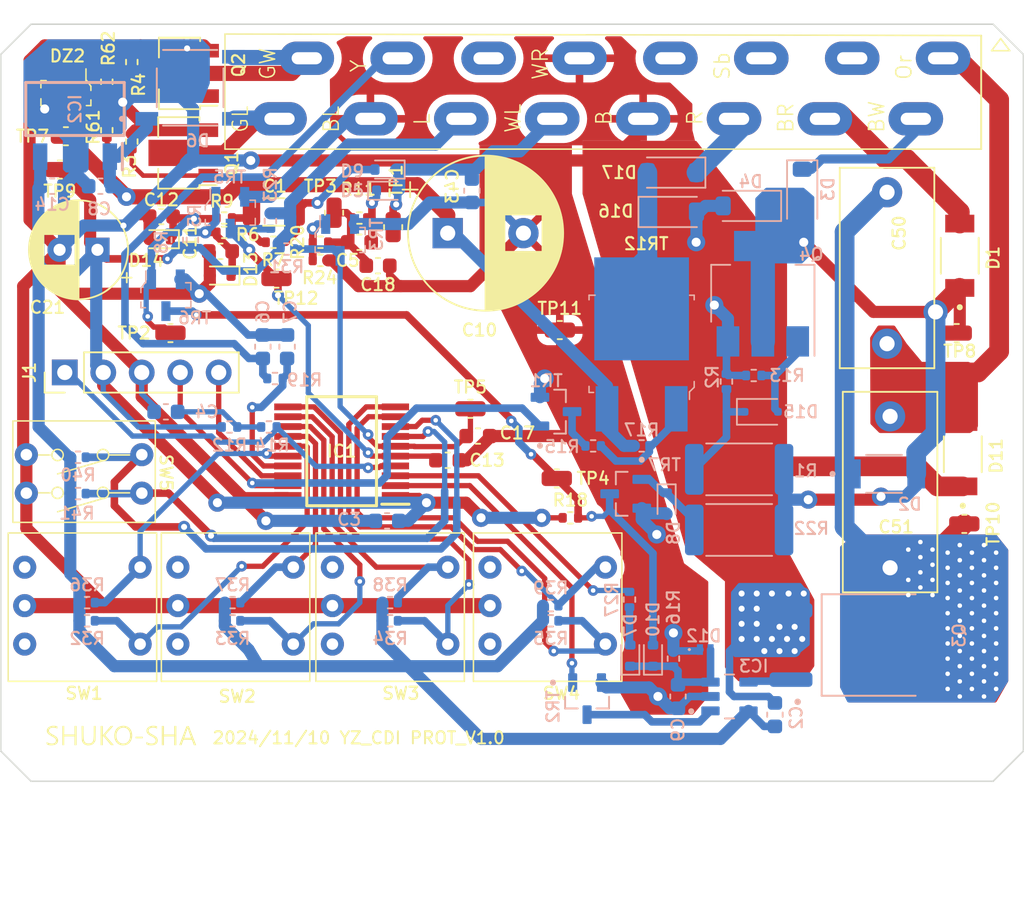
<source format=kicad_pcb>
(kicad_pcb (version 20221018) (generator pcbnew)
  (layers (0 "F.Cu" signal) (31 "B.Cu" signal) (34 "B.Paste" user) (35 "F.Paste" user) (36 "B.SilkS" user "B.Silkscreen") (37 "F.SilkS" user "F.Silkscreen") (38 "B.Mask" user) (39 "F.Mask" user) (44 "Edge.Cuts" user))
  (net 0 "")
  (net 1 "/WL")
  (net 2 "+12V")
  (net 3 "+5V")
  (net 4 "/OR")
  (net 5 "/CAP+")
  (net 6 "/BW")
  (net 7 "/BR")
  (net 8 "/GL")
  (net 9 "/GW")
  (net 10 "/CHG")
  (net 15 "Net-(IC3-OUT)")
  (net 16 "GND")
  (net 17 "/R")
  (net 19 "Net-(DZ2-A)")
  (net 20 "Net-(D9-A)")
  (net 21 "Net-(C1-Pad2)")
  (net 22 "Net-(D5-K)")
  (net 23 "Net-(D16-K)")
  (net 24 "Net-(Q1-G)")
  (net 25 "Net-(Q2-G)")
  (net 26 "Net-(D8-K)")
  (net 27 "Net-(C18-Pad1)")
  (net 28 "Net-(D10-K)")
  (net 29 "Net-(D10-A)")
  (net 30 "/MCU_IGOUT")
  (net 31 "Net-(C4-Pad1)")
  (net 32 "/VPP")
  (net 33 "/PGC")
  (net 34 "/PGD")
  (net 43 "/MCU_TPSIN")
  (net 44 "/Y")
  (net 45 "Net-(TR12-G)")
  (net 46 "/MCU_PU2DISABLE")
  (net 47 "Net-(IC1-RC7)")
  (net 48 "Net-(IC1-RB7)")
  (net 49 "Net-(IC1-RB6)")
  (net 50 "Net-(IC1-RB5)")
  (net 51 "Net-(IC1-RB4)")
  (net 52 "Net-(IC1-RC2)")
  (net 53 "Net-(IC1-RC1)")
  (net 54 "Net-(IC1-RC0)")
  (net 55 "/PWJ_SEL")
  (net 56 "/REV_LIMIT_SEL")
  (net 57 "/MCU_PU1IN")
  (net 58 "/MCU_PU2IN")
  (net 59 "Net-(D13-K)")
  (net 60 "Net-(D14-K)")
  (net 61 "Net-(IC3-EN)")
  (net 62 "Net-(D15-A)")
  (net 63 "Net-(TR1-C)")
  (net 64 "Net-(D15-K)")
  (net 65 "Net-(TR3-B)")
  (net 66 "Net-(D7-A)")
  (footprint "Capacitor_THT:C_Rect_L13.0mm_W6.0mm_P10.00mm_FKS3_FKP3_MKS4" (layer "F.Cu") (at 100.8 75.9 -90)
    (fp_text reference "C51")
    (fp_text value "250V 1uF")
  )
  (footprint "Capacitor_THT:C_Rect_L13.0mm_W6.0mm_P10.00mm_FKS3_FKP3_MKS4" (layer "F.Cu") (at 100.6 71.1 90)
    (fp_text reference "C50")
    (fp_text value "250V 1uF")
  )
  (footprint "Package_TO_SOT_SMD:SOT-89-3" (layer "F.Cu") (at 53.85 58.5 180)
    (fp_text reference "Q1")
    (fp_text value "ZXMN6A11ZTA")
  )
  (footprint "mylib_download:CheckPoint_1608Metric" (layer "F.Cu") (at 46.4 57.4)
    (fp_text reference "TP7")
    (fp_text value "+12V")
  )
  (footprint "Resistor_SMD:R_0402_1005Metric" (layer "F.Cu") (at 60.1 64.4 180)
    (fp_text reference "R7")
    (fp_text value "22k")
  )
  (footprint "mylib_download:SODFL4725X110N" (layer "F.Cu") (at 105.6 78.4 90)
    (fp_text reference "D11")
    (fp_text value "TSD3JFSH")
  )
  (footprint "Capacitor_SMD:C_0603_1608Metric" (layer "F.Cu") (at 67 65.95)
    (fp_text reference "C18")
    (fp_text value "10nF")
  )
  (footprint "mylib_download:CheckPoint_1608Metric" (layer "F.Cu") (at 53.3 70.4)
    (fp_text reference "TP2")
    (fp_text value "PU2 BASE")
  )
  (footprint "Resistor_SMD:R_0402_1005Metric" (layer "F.Cu") (at 49.1 57 -90)
    (fp_text reference "R61")
    (fp_text value "5.1k")
  )
  (footprint "Resistor_SMD:R_0402_1005Metric" (layer "F.Cu") (at 56.85 62.8 180)
    (fp_text reference "R9")
    (fp_text value "2.2k")
  )
  (footprint "Capacitor_SMD:C_0603_1608Metric" (layer "F.Cu") (at 65.775 64.4 180)
    (fp_text reference "C5")
    (fp_text value "0.47uF")
  )
  (footprint "Resistor_SMD:R_0402_1005Metric" (layer "F.Cu") (at 79.7 82.6)
    (fp_text reference "R18")
    (fp_text value "2.2k")
  )
  (footprint "mylib_download:FP-C-R16M" (layer "F.Cu") (at 83.1 54.45)
    (fp_text reference "CN1" hide)
    (fp_text value "FP-C-R16M")
  )
  (footprint "Resistor_SMD:R_0402_1005Metric" (layer "F.Cu") (at 49.1 53.8 90)
    (fp_text reference "R62")
    (fp_text value "5.1k")
  )
  (footprint "mylib_download:SODFL4725X110N" (layer "F.Cu") (at 105.4 65.2925 90)
    (fp_text reference "D1")
    (fp_text value "TSD3JFSH")
  )
  (footprint "Resistor_SMD:R_0402_1005Metric" (layer "F.Cu") (at 56.85 63.75 180)
    (fp_text reference "R6")
    (fp_text value "2.2k")
  )
  (footprint "Diode_SMD:D_SOD-523" (layer "F.Cu") (at 52.6 64.2 180)
    (fp_text reference "D14")
    (fp_text value "RB501SM-30FH")
  )
  (footprint "mylib_download:SOP65P780X200-20N" (layer "F.Cu") (at 64.6 78.2 180)
    (fp_text reference "IC1")
    (fp_text value "PIC16F15245-I_SS" hide)
  )
  (footprint "Diode_SMD:D_SOD-523" (layer "F.Cu") (at 56.6 66.6 180)
    (fp_text reference "D13")
    (fp_text value "RB501SM-30FH")
  )
  (footprint "mylib_download:CheckPoint_1608Metric" (layer "F.Cu") (at 105.7 83)
    (fp_text reference "TP10")
    (fp_text value "CAP CHG")
  )
  (footprint "Resistor_SMD:R_0402_1005Metric" (layer "F.Cu") (at 50.75 57.75 90)
    (fp_text reference "R3")
    (fp_text value "10k")
  )
  (footprint "mylib_download:CheckPoint_1608Metric" (layer "F.Cu") (at 79 70.2)
    (fp_text reference "TP11")
    (fp_text value "GND")
  )
  (footprint "mylib_download:42J04" (layer "F.Cu") (at 57.6 88.4)
    (fp_text reference "SW2")
    (fp_text value "42J04")
  )
  (footprint "mylib_download:CheckPoint_1608Metric" (layer "F.Cu") (at 46 59.6 180)
    (fp_text reference "TP9")
    (fp_text value "+5V")
  )
  (footprint "Capacitor_SMD:C_0603_1608Metric" (layer "F.Cu") (at 71.6 78.8)
    (fp_text reference "C13")
    (fp_text value "0.01uF")
  )
  (footprint "mylib_download:CheckPoint_1608Metric" (layer "F.Cu") (at 78.8 80)
    (fp_text reference "TP4")
    (fp_text value "PU2 INPUT")
  )
  (footprint "Capacitor_SMD:C_0603_1608Metric" (layer "F.Cu") (at 56.6 65 180)
    (fp_text reference "C11")
    (fp_text value "0.1uF")
  )
  (footprint "LOGO" (layer "F.Cu") (at 50 97)
    (fp_text reference "G***" hide)
    (fp_text value "LOGO" hide)
  )
  (footprint "Connector_PinHeader_2.54mm:PinHeader_1x05_P2.54mm_Vertical" (layer "F.Cu") (at 46.325 73 90)
    (fp_text reference "J1")
    (fp_text value "PICKIT")
  )
  (footprint "Capacitor_SMD:C_0603_1608Metric" (layer "F.Cu") (at 52.7 62.7 180)
    (fp_text reference "C12")
    (fp_text value "0.1uF")
  )
  (footprint "mylib_download:42J04" (layer "F.Cu") (at 47.49 88.4)
    (fp_text reference "SW1")
    (fp_text value "42J04")
  )
  (footprint "mylib_download:EDS102SZ" (layer "F.Cu") (at 47.6 79.7 180)
    (fp_text reference "SW5")
    (fp_text value "EDS102SZ")
  )
  (footprint "mylib_download:42J04" (layer "F.Cu") (at 67.8 88.4)
    (fp_text reference "SW3")
    (fp_text value "42J04")
  )
  (footprint "Capacitor_THT:CP_Radial_D10.0mm_P5.00mm" (layer "F.Cu") (at 71.6 63.8)
    (fp_text reference "C10")
    (fp_text value "35V 270uF")
  )
  (footprint "mylib_download:CheckPoint_1608Metric" (layer "F.Cu") (at 64.1 62.45 90)
    (fp_text reference "TP3")
    (fp_text value "PU1 BASE")
  )
  (footprint "Capacitor_THT:CP_Radial_D6.3mm_P2.50mm" (layer "F.Cu") (at 48.48238 64.9 180)
    (fp_text reference "C21")
    (fp_text value "16V 100uF")
  )
  (footprint "mylib_download:CheckPoint_1608Metric" (layer "F.Cu") (at 73.1 75.4)
    (fp_text reference "TP5")
    (fp_text value "PU1 INPUT")
  )
  (footprint "mylib_download:CheckPoint_1608Metric" (layer "F.Cu") (at 60.3 66.8)
    (fp_text reference "TP12")
    (fp_text value "PU2 MCUIN")
  )
  (footprint "Resistor_SMD:R_0402_1005Metric" (layer "F.Cu") (at 50.75 52.5 90)
    (fp_text reference "R4")
    (fp_text value "10k")
  )
  (footprint "Package_TO_SOT_SMD:SOT-89-3" (layer "F.Cu") (at 53.9 53.25 180)
    (fp_text reference "Q2")
    (fp_text value "ZXMN6A11ZTA")
  )
  (footprint "mylib_download:42J04" (layer "F.Cu") (at 78.2 88.4)
    (fp_text reference "SW4")
    (fp_text value "42J04")
  )
  (footprint "digikey-footprints:SOT-23-3" (layer "F.Cu") (at 46.4 54.55 -90)
    (fp_text reference "DZ2")
    (fp_text value "BZX84C9V1LT1G")
  )
  (footprint "Resistor_SMD:R_0402_1005Metric" (layer "F.Cu") (at 63.2 64.4 180)
    (fp_text reference "R20")
    (fp_text value "5.6k")
  )
  (footprint "Capacitor_SMD:C_0603_1608Metric" (layer "F.Cu") (at 73.6 77.2)
    (fp_text reference "C17")
    (fp_text value "0.1u")
  )
  (footprint "Resistor_SMD:R_0402_1005Metric" (layer "F.Cu") (at 63.2 65.6 180)
    (fp_text reference "R24")
    (fp_text value "3.3k")
  )
  (footprint "Capacitor_SMD:C_1206_3216Metric" (layer "F.Cu") (at 60.125 62.4 180)
    (fp_text reference "C1")
    (fp_text value "2.2uF")
  )
  (footprint "Resistor_SMD:R_0402_1005Metric" (layer "F.Cu") (at 65.775 62.8 180)
    (fp_text reference "R11")
    (fp_text value "180k")
  )
  (footprint "mylib_download:CheckPoint_1608Metric" (layer "F.Cu") (at 68 63.4 90)
    (fp_text reference "TP1")
    (fp_text value "WL PU")
  )
  (footprint "mylib_download:CheckPoint_1608Metric" (layer "F.Cu") (at 105.2 70.4)
    (fp_text reference "TP8")
    (fp_text value "CHG1 OUT")
  )
  (footprint "digikey-footprints:TO-252-3" (layer "B.Cu") (at 84.43 75.4 90)
    (fp_text reference "TR12")
    (fp_text value "PJD1406PA-AU")
  )
  (footprint "digikey-footprints:SOT-23-3" (layer "B.Cu") (at 64.5 64.25 -90)
    (fp_text reference "TR3")
    (fp_text value "PMBS3904,215")
  )
  (footprint "Resistor_SMD:R_0402_1005Metric" (layer "B.Cu") (at 86.5 91.9 90)
    (fp_text reference "R16")
    (fp_text value "4.7k")
  )
  (footprint "Resistor_SMD:R_0402_1005Metric" (layer "B.Cu") (at 67.8 88.2 180)
    (fp_text reference "R38")
    (fp_text value "10k")
  )
  (footprint "Capacitor_SMD:C_0603_1608Metric" (layer "B.Cu") (at 48.675 60.7 180)
    (fp_text reference "C8")
    (fp_text value "10uF")
  )
  (footprint "Capacitor_SMD:C_0603_1608Metric" (layer "B.Cu") (at 61 71.3 90)
    (fp_text reference "C6")
    (fp_text value "0.1uF")
  )
  (footprint "mylib_download:SOT95P280X145-5N" (layer "B.Cu") (at 90.2 94.4)
    (fp_text reference "IC3")
    (fp_text value "UCC27519AQDBVRQ1")
  )
  (footprint "Resistor_SMD:R_0402_1005Metric" (layer "B.Cu") (at 57.4 89.4)
    (fp_text reference "R33")
    (fp_text value "10k")
  )
  (footprint "Capacitor_SMD:C_0603_1608Metric" (layer "B.Cu") (at 73.2 61 -90)
    (fp_text reference "C43")
    (fp_text value "10nF")
  )
  (footprint "mylib_download:DPAK228P990X239-4N" (layer "B.Cu") (at 98.4 91 90)
    (fp_text reference "Q3")
    (fp_text value "RGPR30BM40")
  )
  (footprint "Resistor_SMD:R_2512_6332Metric" (layer "B.Cu") (at 90.8375 79.4 180)
    (fp_text reference "R1")
    (fp_text value "180k 1/2W")
  )
  (footprint "Resistor_SMD:R_0402_1005Metric" (layer "B.Cu") (at 53.75 64.25 90)
    (fp_text reference "R8")
    (fp_text value "15k")
  )
  (footprint "Resistor_SMD:R_0402_1005Metric" (layer "B.Cu") (at 59.9 63 -90)
    (fp_text reference "R23")
    (fp_text value "1.5k")
  )
  (footprint "Resistor_SMD:R_0402_1005Metric" (layer "B.Cu") (at 57.2 76.6)
    (fp_text reference "R12")
    (fp_text value "10k")
  )
  (footprint "mylib_download:SOT230P700X180-4N" (layer "B.Cu") (at 47 55.6 90)
    (fp_text reference "IC2")
    (fp_text value "TPS7B6950QDCYRQ1" hide)
  )
  (footprint "mylib_download:D5V0H1B2LP7B" (layer "B.Cu") (at 88.6 91.3)
    (fp_text reference "D12")
    (fp_text value "D5V0H1B2LP-7B" hide)
  )
  (footprint "Resistor_SMD:R_0402_1005Metric" (layer "B.Cu") (at 78.4 89.4)
    (fp_text reference "R35")
    (fp_text value "10k")
  )
  (footprint "Capacitor_SMD:C_0603_1608Metric" (layer "B.Cu") (at 86.8 94.4 -90)
    (fp_text reference "C9")
    (fp_text value "0.01uF")
  )
  (footprint "Diode_SMD:D_SOD-323F" (layer "B.Cu") (at 92.3 75.6)
    (fp_text reference "D15")
    (fp_text value "BZX100A,115")
  )
  (footprint "Capacitor_SMD:C_0603_1608Metric" (layer "B.Cu") (at 67.6 82.8 180)
    (fp_text reference "C3")
    (fp_text value "0.1uF")
  )
  (footprint "Resistor_SMD:R_0402_1005Metric" (layer "B.Cu") (at 54.75 64.25 90)
    (fp_text reference "R5")
    (fp_text value "15k")
  )
  (footprint "mylib_download:D_SOD-123FL" (layer "B.Cu") (at 86.4 59.8 180)
    (fp_text reference "D17")
    (fp_text value "F7A")
  )
  (footprint "Resistor_SMD:R_0402_1005Metric" (layer "B.Cu") (at 47.2 78.6)
    (fp_text reference "R40")
    (fp_text value "10k")
  )
  (footprint "Resistor_SMD:R_0402_1005Metric" (layer "B.Cu") (at 91.8 73.2 180)
    (fp_text reference "R13")
    (fp_text value "15k")
  )
  (footprint "mylib_download:SOT95P237X111-3N" (layer "B.Cu") (at 83.35 81.0125 180)
    (fp_text reference "TR7")
    (fp_text value "MMUN2232LT1G")
  )
  (footprint "Resistor_SMD:R_0402_1005Metric" (layer "B.Cu") (at 57.4 88.2 180)
    (fp_text reference "R37")
    (fp_text value "10k")
  )
  (footprint "Resistor_SMD:R_0402_1005Metric" (layer "B.Cu") (at 81.2 77.85 180)
    (fp_text reference "R15")
    (fp_text value "120")
  )
  (footprint "Diode_SMD:D_SOD-523" (layer "B.Cu") (at 67.6 61)
    (fp_text reference "D5")
    (fp_text value "RB501SM-30FH")
  )
  (footprint "mylib_download:DIOB_SBS25" (layer "B.Cu") (at 54.6 54.2)
    (fp_text reference "D6")
    (fp_text value "SBS25")
  )
  (footprint "mylib_download:SOT95P237X111-3N" (layer "B.Cu") (at 78.75 75.5875)
    (fp_text reference "TR1")
    (fp_text value "MMUN2232LT1G")
  )
  (footprint "Capacitor_SMD:C_0603_1608Metric" (layer "B.Cu") (at 45.5 60.7)
    (fp_text reference "C14")
    (fp_text value "10uF")
  )
  (footprint "Diode_SMD:D_SOD-523" (layer "B.Cu") (at 85.15 91.7 90)
    (fp_text reference "D10")
    (fp_text value "RB501SM-30FH")
  )
  (footprint "Capacitor_SMD:C_0603_1608Metric" (layer "B.Cu") (at 53 75.6 180)
    (fp_text reference "C4")
    (fp_text value "10nF")
  )
  (footprint "mylib_download:SOT95P237X111-3N" (layer "B.Cu") (at 80.8 94.54 -90)
    (fp_text reference "TR2")
    (fp_text value "MMUN2232LT1G")
  )
  (footprint "mylib_download:SODFL4725X110N" (layer "B.Cu") (at 100.4 79.7)
    (fp_text reference "D2")
    (fp_text value "TSD3JFSH")
  )
  (footprint "Resistor_SMD:R_0402_1005Metric" (layer "B.Cu") (at 59.8 76.6)
    (fp_text reference "R14")
    (fp_text value "120")
  )
  (footprint "Resistor_SMD:R_0402_1005Metric" (layer "B.Cu") (at 78.4 88.4 180)
    (fp_text reference "R39")
    (fp_text value "10k")
  )
  (footprint "digikey-footprints:SOT-23-3" (layer "B.Cu") (at 53 67.9 -90)
    (fp_text reference "TR6")
    (fp_text value "PMBS3904,215")
  )
  (footprint "Resistor_SMD:R_0402_1005Metric" (layer "B.Cu") (at 90 73.6 90)
    (fp_text reference "R2")
    (fp_text value "180K")
  )
  (footprint "Diode_SMD:D_SOD-523" (layer "B.Cu") (at 86.05 81.65 -90)
    (fp_text reference "D8")
    (fp_text value "RB501SM-30FH")
  )
  (footprint "Capacitor_SMD:C_0603_1608Metric" (layer "B.Cu") (at 93.2 95.6 90)
    (fp_text reference "C2")
    (fp_text value "1uF")
  )
  (footprint "mylib_download:D_SOD-123FL" (layer "B.Cu") (at 86.4 62.4)
    (fp_text reference "D16")
    (fp_text value "F7A")
  )
  (footprint "Diode_SMD:D_SOD-523" (layer "B.Cu") (at 67.5 59.6 180)
    (fp_text reference "D9")
    (fp_text value "RB501SM-30FH")
  )
  (footprint "Resistor_SMD:R_0402_1005Metric" (layer "B.Cu") (at 83.6 88 -90)
    (fp_text reference "R27")
    (fp_text value "2.2k")
  )
  (footprint "Resistor_SMD:R_0402_1005Metric" (layer "B.Cu") (at 60.2 73.4 180)
    (fp_text reference "R19")
    (fp_text value "1k")
  )
  (footprint "Resistor_SMD:R_0402_1005Metric" (layer "B.Cu") (at 47.8 88.2 180)
    (fp_text reference "R36")
    (fp_text value "10k")
  )
  (footprint "Diode_SMD:D_SOD-523" (layer "B.Cu") (at 83.65 91.7 90)
    (fp_text reference "D7")
    (fp_text value "RB501SM-30FH")
  )
  (footprint "Resistor_SMD:R_0402_1005Metric" (layer "B.Cu") (at 60.96 64.85)
    (fp_text reference "R31")
    (fp_text value "2.2k")
  )
  (footprint "mylib_download:D_SOD-123FL" (layer "B.Cu") (at 95 61.2 -90)
    (fp_text reference "D3")
    (fp_text value "F7A")
  )
  (footprint "Resistor_SMD:R_2512_6332Metric" (layer "B.Cu") (at 90.8375 83.4 180)
    (fp_text reference "R22")
    (fp_text value "150k 1W")
  )
  (footprint "Package_TO_SOT_SMD:SOT-223-3_TabPin2" (layer "B.Cu") (at 92.4 67.8 90)
    (fp_text reference "Q4")
    (fp_text value "IPN50R2K0CEATMA1")
  )
  (footprint "Resistor_SMD:R_0402_1005Metric" (layer "B.Cu") (at 84.4 77.85)
    (fp_text reference "R17")
    (fp_text value "10k")
  )
  (footprint "digikey-footprints:SOT-23-3" (layer "B.Cu") (at 57.25 62.45 -90)
    (fp_text reference "TR5")
    (fp_text value "PMBS3904,215")
  )
  (footprint "Resistor_SMD:R_0402_1005Metric" (layer "B.Cu") (at 47.2 81 180)
    (fp_text reference "R41")
    (fp_text value "10k")
  )
  (footprint "Resistor_SMD:R_0402_1005Metric" (layer "B.Cu") (at 67.8 89.4)
    (fp_text reference "R34")
    (fp_text value "10k")
  )
  (footprint "mylib_download:D_SOD-123FL" (layer "B.Cu") (at 91.4 62 180)
    (fp_text reference "D4")
    (fp_text value "F7A")
  )
  (footprint "Capacitor_SMD:C_0603_1608Metric" (layer "B.Cu") (at 59.4 71.3 90)
    (fp_text reference "C7")
    (fp_text value "0.1uF")
  )
  (footprint "Resistor_SMD:R_0402_1005Metric" (layer "B.Cu") (at 47.8 89.4)
    (fp_text reference "R32")
    (fp_text value "10k")
  )
  (gr_line (start 107.6 50) (end 44.1 50) (stroke (width 0.1)) (layer "Edge.Cuts"))
  (gr_line (start 44.1 100) (end 42.1 98) (stroke (width 0.1)) (layer "Edge.Cuts"))
  (gr_line (start 42.1 52) (end 42.1 98) (stroke (width 0.1)) (layer "Edge.Cuts"))
  (gr_line (start 44.1 50) (end 42.1 52) (stroke (width 0.1)) (layer "Edge.Cuts"))
  (gr_line (start 109.6 98) (end 109.6 52) (stroke (width 0.1)) (layer "Edge.Cuts"))
  (gr_line (start 107.6 100) (end 109.6 98) (stroke (width 0.1)) (layer "Edge.Cuts"))
  (gr_line (start 109.6 52) (end 107.6 50) (stroke (width 0.1)) (layer "Edge.Cuts"))
  (gr_line (start 44.1 100) (end 107.6 100) (stroke (width 0.1)) (layer "Edge.Cuts"))
  (gr_text "2024/11/10 YZ_CDI PROT_V1.0" (at 56 97.6) (layer "F.SilkS") (effects (font (size 0.8 0.8) (thickness 0.13)) (justify left bottom)))
  (segment (start 68 62.1) (end 68.2 61.9) (width 0.5) (layer "F.Cu") (net 1))
  (segment (start 68 63.4) (end 68 62.1) (width 0.5) (layer "F.Cu") (net 1))
  (via (at 68.2 61.9) (size 0.8) (drill 0.4) (layers "F.Cu" "B.Cu") (net 1))
  (segment (start 74.6 58.4) (end 76.35 58.4) (width 0.8) (layer "B.Cu") (net 1))
  (segment (start 73.4 59.6) (end 74.6 58.4) (width 0.8) (layer "B.Cu") (net 1))
  (segment (start 68.3 61.8) (end 68.2 61.9) (width 0.5) (layer "B.Cu") (net 1))
  (segment (start 68.4 60.9) (end 68.3 61) (width 0.8) (layer "B.Cu") (net 1))
  (segment (start 68.3 61) (end 68.3 61.8) (width 0.5) (layer "B.Cu") (net 1))
  (segment (start 68.2 59.6) (end 68.4 59.8) (width 0.8) (layer "B.Cu") (net 1))
  (segment (start 68.4 59.8) (end 68.4 60.9) (width 0.8) (layer "B.Cu") (net 1))
  (segment (start 68.2 59.6) (end 73.4 59.6) (width 0.8) (layer "B.Cu") (net 1))
  (segment (start 76.35 58.4) (end 78.5 56.25) (width 0.8) (layer "B.Cu") (net 1))
  (segment (start 46.4 57.4) (end 46.4 55.6) (width 0.8) (layer "F.Cu") (net 2))
  (segment (start 71.6 62.6) (end 71.6 63.8) (width 1) (layer "F.Cu") (net 2))
  (segment (start 57.8 60.6) (end 69.6 60.6) (width 1) (layer "F.Cu") (net 2))
  (segment (start 57 61.4) (end 57.8 60.6) (width 1) (layer "F.Cu") (net 2))
  (segment (start 69.6 60.6) (end 71.6 62.6) (width 1) (layer "F.Cu") (net 2))
  (segment (start 46.4 57.4) (end 50.4 61.4) (width 1) (layer "F.Cu") (net 2))
  (segment (start 50.4 61.4) (end 57 61.4) (width 1) (layer "F.Cu") (net 2))
  (via (at 50.4 61.4) (size 1.2) (drill 0.6) (layers "F.Cu" "B.Cu") (net 2))
  (segment (start 49.7 60.7) (end 50.4 61.4) (width 0.8) (layer "B.Cu") (net 2))
  (segment (start 49.3 58.75) (end 49.85 58.75) (width 0.8) (layer "B.Cu") (net 2))
  (segment (start 83.89 77.85) (end 83.25 77.85) (width 0.8) (layer "B.Cu") (net 2))
  (segment (start 82.115 73.915) (end 72 63.8) (width 0.8) (layer "B.Cu") (net 2))
  (segment (start 49.3 60.55) (end 49.45 60.7) (width 0.8) (layer "B.Cu") (net 2))
  (segment (start 83.25 77.85) (end 82.115 76.715) (width 0.8) (layer "B.Cu") (net 2))
  (segment (start 51.74 56.86) (end 51.74 56.25) (width 0.8) (layer "B.Cu") (net 2))
  (segment (start 49.85 58.75) (end 51.74 56.86) (width 0.8) (layer "B.Cu") (net 2))
  (segment (start 82.115 75.4) (end 82.115 73.915) (width 0.8) (layer "B.Cu") (net 2))
  (segment (start 49.3 58.75) (end 49.3 60.55) (width 0.8) (layer "B.Cu") (net 2))
  (segment (start 82.115 76.715) (end 82.115 75.4) (width 0.8) (layer "B.Cu") (net 2))
  (segment (start 49.45 60.7) (end 49.7 60.7) (width 0.8) (layer "B.Cu") (net 2))
  (segment (start 68.15 81.125) (end 69.725 81.125) (width 0.35) (layer "F.Cu") (net 3))
  (segment (start 73.8 82.6) (end 72.8 81.6) (width 0.8) (layer "F.Cu") (net 3))
  (segment (start 48 64.41762) (end 48.48238 64.9) (width 0.8) (layer "F.Cu") (net 3))
  (segment (start 49.08238 65.5) (end 48.48238 64.9) (width 0.5) (layer "F.Cu") (net 3))
  (segment (start 53.1 65.5) (end 49.08238 65.5) (width 0.5) (layer "F.Cu") (net 3))
  (segment (start 79.19 82.6) (end 77.8 82.6) (width 0.35) (layer "F.Cu") (net 3))
  (segment (start 46 59.6) (end 48 61.6) (width 0.8) (layer "F.Cu") (net 3))
  (segment (start 72.8 81.6) (end 70.2 81.6) (width 0.8) (layer "F.Cu") (net 3))
  (segment (start 48 61.6) (end 48 64.41762) (width 0.8) (layer "F.Cu") (net 3))
  (segment (start 56.4 81.6) (end 56.4 81.397918) (width 0.8) (layer "F.Cu") (net 3))
  (segment (start 56.4 81.397918) (end 48.865 73.862918) (width 0.8) (layer "F.Cu") (net 3))
  (segment (start 48.865 73.862918) (end 48.865 73) (width 0.8) (layer "F.Cu") (net 3))
  (segment (start 69.725 81.125) (end 70.2 81.6) (width 0.35) (layer "F.Cu") (net 3))
  (via (at 53.1 65.5) (size 0.7) (drill 0.3) (layers "F.Cu" "B.Cu") (net 3))
  (via (at 70.2 81.6) (size 1.2) (drill 0.6) (layers "F.Cu" "B.Cu") (net 3))
  (via (at 56.4 81.6) (size 1.2) (drill 0.6) (layers "F.Cu" "B.Cu") (net 3))
  (via (at 77.8 82.6) (size 1.2) (drill 0.6) (layers "F.Cu" "B.Cu") (net 3))
  (via (at 73.8 82.6) (size 1.2) (drill 0.6) (layers "F.Cu" "B.Cu") (net 3))
  (segment (start 46.69 78.6) (end 46.69 81) (width 0.8) (layer "B.Cu") (net 3))
  (segment (start 47.29 89.4) (end 47.29 88.2) (width 0.8) (layer "B.Cu") (net 3))
  (segment (start 58.462553 91.312) (end 56.89 89.739447) (width 0.8) (layer "B.Cu") (net 3))
  (segment (start 59.9 62.49) (end 60.99 62.49) (width 0.8) (layer "B.Cu") (net 3))
  (segment (start 47.29 86.89) (end 47.29 88.2) (width 0.8) (layer "B.Cu") (net 3))
  (segment (start 51.175 76.6) (end 48.865 74.29) (width 0.35) (layer "B.Cu") (net 3))
  (segment (start 70.8 57.95) (end 65.05 57.95) (width 0.8) (layer "B.Cu") (net 3))
  (segment (start 46.69 78.6) (end 46.6 78.6) (width 0.8) (layer "B.Cu") (net 3))
  (segment (start 47.29 90.09) (end 47.29 89.4) (width 0.8) (layer "B.Cu") (net 3))
  (segment (start 72.5 56.25) (end 70.8 57.95) (width 0.8) (layer "B.Cu") (net 3))
  (segment (start 46.6 78.6) (end 44.6 76.6) (width 0.8) (layer "B.Cu") (net 3))
  (segment (start 48.865 73) (end 48.4 72.535) (width 0.8) (layer "B.Cu") (net 3))
  (segment (start 46.69 86.29) (end 47.29 86.89) (width 0.8) (layer "B.Cu") (net 3))
  (segment (start 48.865 74.29) (end 48.865 73) (width 0.35) (layer "B.Cu") (net 3))
  (segment (start 67.29 88.2) (end 67.29 89.4) (width 0.8) (layer "B.Cu") (net 3))
  (segment (start 54.75 64.76) (end 55.26 64.76) (width 0.5) (layer "B.Cu") (net 3))
  (segment (start 77.89 89.4) (end 74.89 92.4) (width 0.8) (layer "B.Cu") (net 3))
  (segment (start 61.2 63.5) (end 61.3 63.6) (width 0.8) (layer "B.Cu") (net 3))
  (segment (start 68.375 82.8) (end 69 82.8) (width 0.8) (layer "B.Cu") (net 3))
  (segment (start 77.89 88.4) (end 77.89 89.4) (width 0.8) (layer "B.Cu") (net 3))
  (segment (start 74.89 92.4) (end 49.6 92.4) (width 0.8) (layer "B.Cu") (net 3))
  (segment (start 53.75 64.76) (end 54.75 64.76) (width 0.8) (layer "B.Cu") (net 3))
  (segment (start 60.45 64.45) (end 60.45 64.85) (width 0.8) (layer "B.Cu") (net 3))
  (segment (start 44.6 65.41762) (end 44.58238 65.4) (width 0.8) (layer "B.Cu") (net 3))
  (segment (start 56.69 76.6) (end 51.175 76.6) (width 0.35) (layer "B.Cu") (net 3))
  (segment (start 49.6 92.4) (end 47.29 90.09) (width 0.8) (layer "B.Cu") (net 3))
  (segment (start 48.4 72.535) (end 48.4 64.98238) (width 0.8) (layer "B.Cu") (net 3))
  (segment (start 46.88238 66.5) (end 48.48238 64.9) (width 0.8) (layer "B.Cu") (net 3))
  (segment (start 45.2 66.5) (end 46.88238 66.5) (width 0.8) (layer "B.Cu") (net 3))
  (segment (start 92.48 96.375) (end 91.455 95.35) (width 0.5) (layer "B.Cu") (net 3))
  (segment (start 59 66.3) (end 60.45 64.85) (width 0.5) (layer "B.Cu") (net 3))
  (segment (start 73.8 82.6) (end 77.8 82.6) (width 0.8) (layer "B.Cu") (net 3))
  (segment (start 61.2 61.8) (end 61.2 63.5) (width 0.8) (layer "B.Cu") (net 3))
  (segment (start 67.29 90.69) (end 73.8 97.2) (width 0.8) (layer "B.Cu") (net 3))
  (segment (start 70.2 81.6) (end 56.6 81.6) (width 0.8) (layer "B.Cu") (net 3))
  (segment (start 44.6 76.6) (end 44.6 65.41762) (width 0.8) (layer "B.Cu") (net 3))
  (segment (start 44.7 58.75) (end 44.7 60.675) (width 0.8) (layer "B.Cu") (net 3))
  (segment (start 61.2 62.7) (end 61.2 63.5) (width 0.8) (layer "B.Cu") (net 3))
  (segment (start 89.605 97.2) (end 73.8 97.2) (width 0.8) (layer "B.Cu") (net 3))
  (segment (start 55.26 64.76) (end 56.8 66.3) (width 0.5) (layer "B.Cu") (net 3))
  (segment (start 44.58238 60.84262) (end 44.58238 65.4) (width 0.8) (layer "B.Cu") (net 3))
  (segment (start 59 92.2) (end 58.462553 91.312) (width 0.8) (layer "B.Cu") (net 3))
  (segment (start 56.89 89.739447) (end 56.89 89.4) (width 0.8) (layer "B.Cu") (net 3))
  (segment (start 56.6 81.6) (end 56.4 81.6) (width 0.8) (layer "B.Cu") (net 3))
  (segment (start 44.58238 65.88238) (end 45.2 66.5) (width 0.8) (layer "B.Cu") (net 3))
  (segment (start 53.75 64.76) (end 53.75 64.85) (width 0.5) (layer "B.Cu") (net 3))
  (segment (start 46.69 81) (end 46.69 86.29) (width 0.8) (layer "B.Cu") (net 3))
  (segment (start 44.58238 65.4) (end 44.58238 65.88238) (width 0.8) (layer "B.Cu") (net 3))
  (segment (start 60.99 62.49) (end 61.2 62.7) (width 0.8) (layer "B.Cu") (net 3))
  (segment (start 61.3 63.6) (end 60.45 64.45) (width 0.8) (layer "B.Cu") (net 3))
  (segment (start 93.2 96.375) (end 92.48 96.375) (width 0.5) (layer "B.Cu") (net 3))
  (segment (start 67.29 90.69) (end 67.29 89.4) (width 0.8) (layer "B.Cu") (net 3))
  (segment (start 65.05 57.95) (end 61.2 61.8) (width 0.8) (layer "B.Cu") (net 3))
  (segment (start 91.455 95.35) (end 89.605 97.2) (width 0.8) (layer "B.Cu") (net 3))
  (segment (start 56.89 88.2) (end 56.89 89.4) (width 0.8) (layer "B.Cu") (net 3))
  (segment (start 56.8 66.3) (end 59 66.3) (width 0.5) (layer "B.Cu") (net 3))
  (segment (start 53.75 64.85) (end 53.1 65.5) (width 0.5) (layer "B.Cu") (net 3))
  (segment (start 44.725 60.7) (end 44.58238 60.84262) (width 0.8) (layer "B.Cu") (net 3))
  (segment (start 69 82.8) (end 70.2 81.6) (width 0.8) (layer "B.Cu") (net 3))
  (segment (start 100.55 70.9575) (end 100.55 75.9575) (width 1.3) (layer "F.Cu") (net 4))
  (segment (start 105.4925 76.1675) (end 100.76 76.1675) (width 1.3) (layer "F.Cu") (net 4))
  (segment (start 106.6 73) (end 108 71.6) (width 1.3) (layer "F.Cu") (net 4))
  (segment (start 105.6 76.275) (end 105.4925 76.1675) (width 1.3) (layer "F.Cu") (net 4))
  (segment (start 102.5925 73) (end 106.6 73) (width 1.3) (layer "F.Cu") (net 4))
  (segment (start 108 71.6) (end 108 55) (width 1.3) (layer "F.Cu") (net 4))
  (segment (start 108 55) (end 105 52) (width 1.3) (layer "F.Cu") (net 4))
  (segment (start 100.55 70.9575) (end 102.5925 73) (width 1.3) (layer "F.Cu") (net 4))
  (segment (start 103.3 85.4) (end 101.1075 85.4) (width 1.3) (layer "F.Cu") (net 5))
  (segment (start 105.7 83) (end 103.3 85.4) (width 1.3) (layer "F.Cu") (net 5))
  (segment (start 101.1075 85.4) (end 100.55 85.9575) (width 1.3) (layer "F.Cu") (net 5))
  (via (at 107 93.4) (size 0.6) (drill 0.3) (layers "F.Cu" "B.Cu") (net 5))
  (via (at 107.8 89.9) (size 0.6) (drill 0.3) (layers "F.Cu" "B.Cu") (net 5))
  (via (at 107.8 87.9) (size 0.6) (drill 0.3) (layers "F.Cu" "B.Cu") (net 5))
  (via (at 107 85.4) (size 0.6) (drill 0.3) (layers "F.Cu" "B.Cu") (net 5))
  (via (at 104.6 93.9) (size 0.6) (drill 0.3) (layers "F.Cu" "B.Cu") (net 5))
  (via (at 107.8 88.9) (size 0.6) (drill 0.3) (layers "F.Cu" "B.Cu") (net 5))
  (via (at 106.2 90.9) (size 0.6) (drill 0.3) (layers "F.Cu" "B.Cu") (net 5))
  (via (at 104.6 87.9) (size 0.6) (drill 0.3) (layers "F.Cu" "B.Cu") (net 5))
  (via (at 104.6 90.9) (size 0.6) (drill 0.3) (layers "F.Cu" "B.Cu") (net 5))
  (via (at 102.8 85.2) (size 0.6) (drill 0.3) (layers "F.Cu" "B.Cu") (net 5))
  (via (at 107.8 86.9) (size 0.6) (drill 0.3) (layers "F.Cu" "B.Cu") (net 5))
  (via (at 106.2 93.9) (size 0.6) (drill 0.3) (layers "F.Cu" "B.Cu") (net 5))
  (via (at 107.8 93.9) (size 0.6) (drill 0.3) (layers "F.Cu" "B.Cu") (net 5))
  (via (at 105.4 86.4) (size 0.6) (drill 0.3) (layers "F.Cu" "B.Cu") (net 5))
  (via (at 102.8 84.2) (size 0.6) (drill 0.3) (layers "F.Cu" "B.Cu") (net 5))
  (via (at 106.2 92.9) (size 0.6) (drill 0.3) (layers "F.Cu" "B.Cu") (net 5))
  (via (at 104.6 88.9) (size 0.6) (drill 0.3) (layers "F.Cu" "B.Cu") (net 5))
  (via (at 107.8 90.9) (size 0.6) (drill 0.3) (layers "F.Cu" "B.Cu") (net 5))
  (via (at 106.2 89.9) (size 0.6) (drill 0.3) (layers "F.Cu" "B.Cu") (net 5))
  (via (at 107 86.4) (size 0.6) (drill 0.3) (layers "F.Cu" "B.Cu") (net 5))
  (via (at 104.6 92.9) (size 0.6) (drill 0.3) (layers "F.Cu" "B.Cu") (net 5))
  (via (at 107 90.4) (size 0.6) (drill 0.3) (layers "F.Cu" "B.Cu") (net 5))
  (via (at 107 89.4) (size 0.6) (drill 0.3) (layers "F.Cu" "B.Cu") (net 5))
  (via (at 103.6 87.7) (size 0.6) (drill 0.3) (layers "F.Cu" "B.Cu") (net 5))
  (via (at 107.8 92.9) (size 0.6) (drill 0.3) (layers "F.Cu" "B.Cu") (net 5))
  (via (at 104.6 86.9) (size 0.6) (drill 0.3) (layers "F.Cu" "B.Cu") (net 5))
  (via (at 102 84.7) (size 0.6) (drill 0.3) (layers "F.Cu" "B.Cu") (net 5))
  (via (at 105.4 92.4) (size 0.6) (drill 0.3) (layers "F.Cu" "B.Cu") (net 5))
  (via (at 105.4 93.4) (size 0.6) (drill 0.3) (layers "F.Cu" "B.Cu") (net 5))
  (via (at 104.6 91.9) (size 0.6) (drill 0.3) (layers "F.Cu" "B.Cu") (net 5))
  (via (at 106.2 91.9) (size 0.6) (drill 0.3) (layers "F.Cu" "B.Cu") (net 5))
  (via (at 107 91.4) (size 0.6) (drill 0.3) (layers "F.Cu" "B.Cu") (net 5))
  (via (at 102.8 86.2) (size 0.6) (drill 0.3) (layers "F.Cu" "B.Cu") (net 5))
  (via (at 104.6 89.9) (size 0.6) (drill 0.3) (layers "F.Cu" "B.Cu") (net 5))
  (via (at 105.4 88.4) (size 0.6) (drill 0.3) (layers "F.Cu" "B.Cu") (net 5))
  (via (at 103.6 84.7) (size 0.6) (drill 0.3) (layers "F.Cu" "B.Cu") (net 5))
  (via (at 105.4 90.4) (size 0.6) (drill 0.3) (layers "F.Cu" "B.Cu") (net 5))
  (via (at 107 87.4) (size 0.6) (drill 0.3) (layers "F.Cu" "B.Cu") (net 5))
  (via (at 107.8 91.9) (size 0.6) (drill 0.3) (layers "F.Cu" "B.Cu") (net 5))
  (via (at 102 87.7) (size 0.6) (drill 0.3) (layers "F.Cu" "B.Cu") (net 5))
  (via (at 105.4 85.4) (size 0.6) (drill 0.3) (layers "F.Cu" "B.Cu") (net 5))
  (via (at 107 92.4) (size 0.6) (drill 0.3) (layers "F.Cu" "B.Cu") (net 5))
  (via (at 103.6 85.7) (size 0.6) (drill 0.3) (layers "F.Cu" "B.Cu") (net 5))
  (via (at 107 94.4) (size 0.6) (drill 0.3) (layers "F.Cu" "B.Cu") (net 5))
  (via (at 105.4 84.4) (size 0.6) (drill 0.3) (layers "F.Cu" "B.Cu") (net 5))
  (via (at 107.8 84.9) (size 0.6) (drill 0.3) (layers "F.Cu" "B.Cu") (net 5))
  (via (at 107 88.4) (size 0.6) (drill 0.3) (layers "F.Cu" "B.Cu") (net 5))
  (via (at 104.6 84.9) (size 0.6) (drill 0.3) (layers "F.Cu" "B.Cu") (net 5))
  (via (at 104.6 85.9) (size 0.6) (drill 0.3) (layers "F.Cu" "B.Cu") (net 5))
  (via (at 102 86.7) (size 0.6) (drill 0.3) (layers "F.Cu" "B.Cu") (net 5))
  (via (at 106.2 87.9) (size 0.6) (drill 0.3) (layers "F.Cu" "B.Cu") (net 5))
  (via (at 106.2 86.9) (size 0.6) (drill 0.3) (layers "F.Cu" "B.Cu") (net 5))
  (via (at 105.4 91.4) (size 0.6) (drill 0.3) (layers "F.Cu" "B.Cu") (net 5))
  (via (at 102.8 87.2) (size 0.6) (drill 0.3) (layers "F.Cu" "B.Cu") (net 5))
  (via (at 106.2 84.9) (size 0.6) (drill 0.3) (layers "F.Cu" "B.Cu") (net 5))
  (via (at 105.4 89.4) (size 0.6) (drill 0.3) (layers "F.Cu" "B.Cu") (net 5))
  (via (at 107 84.4) (size 0.6) (drill 0.3) (layers "F.Cu" "B.Cu") (net 5))
  (via (at 106.2 88.9) (size 0.6) (drill 0.3) (layers "F.Cu" "B.Cu") (net 5))
  (via (at 103.6 86.7) (size 0.6) (drill 0.3) (layers "F.Cu" "B.Cu") (net 5))
  (via (at 107.8 85.9) (size 0.6) (drill 0.3) (layers "F.Cu" "B.Cu") (net 5))
  (via (at 106.2 85.9) (size 0.6) (drill 0.3) (layers "F.Cu" "B.Cu") (net 5))
  (via (at 105.4 87.4) (size 0.6) (drill 0.3) (layers "F.Cu" "B.Cu") (net 5))
  (via (at 105.4 94.4) (size 0.6) (drill 0.3) (layers "F.Cu" "B.Cu") (net 5))
  (segment (start 100.7 91.1) (end 100.7 86.1075) (width 1.3) (layer "B.Cu") (net 5))
  (segment (start 97.8 63.7075) (end 97.8 83.2075) (width 1.3) (layer "B.Cu") (net 5))
  (segment (start 97.8 83.2075) (end 100.55 85.9575) (width 1.3) (layer "B.Cu") (net 5))
  (segment (start 100.55 60.9575) (end 97.8 63.7075) (width 1.3) (layer "B.Cu") (net 5))
  (segment (start 95.62 59.58) (end 95 59.58) (width 0.6) (layer "B.Cu") (net 6))
  (segment (start 100.7 58.9) (end 96.3 58.9) (width 0.6) (layer "B.Cu") (net 6))
  (segment (start 96.3 58.9) (end 95.62 59.58) (width 0.6) (layer "B.Cu") (net 6))
  (segment (start 103.6 56) (end 100.7 58.9) (width 0.6) (layer "B.Cu") (net 6))
  (segment (start 100.5 58.9) (end 101.9 58.9) (width 1.3) (layer "F.Cu") (net 7))
  (segment (start 97.6 56) (end 100.5 58.9) (width 1.3) (layer "F.Cu") (net 7))
  (segment (start 105.4 62.4) (end 105.4 63.1675) (width 1.3) (layer "F.Cu") (net 7))
  (segment (start 101.9 58.9) (end 105.4 62.4) (width 1.3) (layer "F.Cu") (net 7))
  (segment (start 59.1 56.25) (end 56.85 58.5) (width 1) (layer "F.Cu") (net 8))
  (segment (start 60.5 56.25) (end 59.1 56.25) (width 1) (layer "F.Cu") (net 8))
  (segment (start 56.85 58.5) (end 55.7125 58.5) (width 1) (layer "F.Cu") (net 8))
  (segment (start 60.45 56.2) (end 57.51 56.2) (width 1) (layer "B.Cu") (net 8))
  (segment (start 61.3 53.25) (end 55.7625 53.25) (width 1) (layer "F.Cu") (net 9))
  (segment (start 62.3 52.25) (end 61.3 53.25) (width 1) (layer "F.Cu") (net 9))
  (segment (start 62.25 52.2) (end 57.41 52.2) (width 1) (layer "B.Cu") (net 9))
  (segment (start 105.3825 67.4175) (end 103.8 69) (width 1.3) (layer "F.Cu") (net 10))
  (segment (start 105.4 70.2) (end 105.2 70.4) (width 0.8) (layer "F.Cu") (net 10))
  (segment (start 99.7 69) (end 95.1 64.4) (width 0.8) (layer "F.Cu") (net 10))
  (segment (start 105.4 67.4175) (end 105.4 70.2) (width 0.8) (layer "F.Cu") (net 10))
  (segment (start 100.000001 81.399999) (end 100.2 81.2) (width 0.8) (layer "F.Cu") (net 10))
  (segment (start 95.399999 81.399999) (end 100.000001 81.399999) (width 0.8) (layer "F.Cu") (net 10))
  (segment (start 103.8 69) (end 99.7 69) (width 0.8) (layer "F.Cu") (net 10))
  (segment (start 105.4 67.4175) (end 105.3825 67.4175) (width 1.3) (layer "F.Cu") (net 10))
  (via (at 103.8 69) (size 1.6) (drill 1) (layers "F.Cu" "B.Cu") (net 10))
  (via (at 95.1 64.4) (size 1.2) (drill 0.6) (layers "F.Cu" "B.Cu") (net 10))
  (via (at 100.2 81.2) (size 1.2) (drill 0.6) (layers "F.Cu" "B.Cu") (net 10))
  (via (at 95.399999 81.399999) (size 1.2) (drill 0.6) (layers "F.Cu" "B.Cu") (net 10))
  (segment (start 102.525 79.7) (end 102.525 78.275) (width 1.3) (layer "B.Cu") (net 10))
  (segment (start 93.02 63.9625) (end 93.02 62) (width 0.6) (layer "B.Cu") (net 10))
  (segment (start 92.4 64.65) (end 92.4 70.95) (width 1.6) (layer "B.Cu") (net 10))
  (segment (start 93.8 81.6) (end 93.8 83) (width 0.8) (layer "B.Cu") (net 10))
  (segment (start 103.8 77) (end 103.8 69) (width 1.3) (layer "B.Cu") (net 10))
  (segment (start 93.8 79) (end 93.8 81.6) (width 0.8) (layer "B.Cu") (net 10))
  (segment (start 102.525 80.475) (end 101.8 81.2) (width 0.8) (layer "B.Cu") (net 10))
  (segment (start 93.8 81.6) (end 94 81.4) (width 0.8) (layer "B.Cu") (net 10))
  (segment (start 102.525 78.275) (end 103.8 77) (width 1.3) (layer "B.Cu") (net 10))
  (segment (start 94 81.4) (end 95.399999 81.399999) (width 0.8) (layer "B.Cu") (net 10))
  (segment (start 102.525 79.7) (end 102.525 80.475) (width 0.8) (layer "B.Cu") (net 10))
  (segment (start 101.8 81.2) (end 100.2 81.2) (width 0.8) (layer "B.Cu") (net 10))
  (segment (start 93.02 62) (end 93.84 62.82) (width 0.6) (layer "B.Cu") (net 10))
  (segment (start 93.84 62.82) (end 95 62.82) (width 0.6) (layer "B.Cu") (net 10))
  (segment (start 91.519 93.386) (end 91.455 93.45) (width 0.5) (layer "B.Cu") (net 15))
  (segment (start 94.05 93.386) (end 91.519 93.386) (width 0.5) (layer "B.Cu") (net 15))
  (segment (start 43.79 83.29) (end 48.9 88.4) (width 0.8) (layer "F.Cu") (net 16))
  (segment (start 72.866726 78.8) (end 74.375 77.291726) (width 0.8) (layer "F.Cu") (net 16))
  (segment (start 44 62.91762) (end 45.98238 64.9) (width 0.8) (layer "F.Cu") (net 16))
  (segment (start 51.405 74.605) (end 51.405 73) (width 0.8) (layer "F.Cu") (net 16))
  (segment (start 103.925 80.525) (end 102.6 79.2) (width 1.3) (layer "F.Cu") (net 16))
  (segment (start 54.6 51.4) (end 55.5 51.4) (width 0.8) (layer "F.Cu") (net 16))
  (segment (start 45.98238 67.57738) (end 45.98238 64.9) (width 0.8) (layer "F.Cu") (net 16))
  (segment (start 64.016726 65.6) (end 65.716726 67.3) (width 0.8) (layer "F.Cu") (net 16))
  (segment (start 50.8 62.7) (end 50.2 63.3) (width 0.5) (layer "F.Cu") (net 16))
  (segment (start 55.2 67.8) (end 46.205 67.8) (width 0.8) (layer "F.Cu") (net 16))
  (segment (start 44 56) (end 44 62.91762) (width 0.8) (layer "F.Cu") (net 16))
  (segment (start 44 55.6) (end 44.2 55.8) (width 0.8) (layer "F.Cu") (net 16))
  (segment (start 68.5 67.3) (end 73.1 67.3) (width 0.8) (layer "F.Cu") (net 16))
  (segment (start 43.58 67.30238) (end 45.98238 64.9) (width 0.8) (layer "F.Cu") (net 16))
  (segment (start 51.325 51.4) (end 54.2 51.4) (width 0.8) (layer "F.Cu") (net 16))
  (segment (start 63.99 88.4) (end 53.79 88.4) (width 1) (layer "F.Cu") (net 16))
  (segment (start 50.99 57) (end 51.9 57) (width 0.8) (layer "F.Cu") (net 16))
  (segment (start 51.9 57) (end 50.1495 55.2495) (width 0.8) (layer "F.Cu") (net 16))
  (segment (start 80 77.2) (end 80.2 77.4) (width 0.8) (layer "F.Cu") (net 16))
  (segment (start 54.2 51.4) (end 54.4 51.6) (width 0.8) (layer "F.Cu") (net 16))
  (segment (start 43.58 78.22) (end 43.58 67.30238) (width 0.8) (layer "F.Cu") (net 16))
  (segment (start 59.6 82.8) (end 57.925 81.125) (width 0.8) (layer "F.Cu") (net 16))
  (segment (start 46.205 67.8) (end 45.98238 67.57738) (width 0.8) (layer "F.Cu") (net 16))
  (segment (start 45 51.4) (end 44 52.4) (width 0.8) (layer "F.Cu") (net 16))
  (segment (start 43.79 78.43) (end 43.79 80.97) (width 0.8) (layer "F.Cu") (net 16))
  (segment (start 84.5 56.95) (end 82.45 59) (width 0.8) (layer "F.Cu") (net 16))
  (segment (start 57.925 81.125) (end 57.8 81) (width 0.35) (layer "F.Cu") (net 16))
  (segment (start 48.9 88.4) (end 43.68 88.4) (width 1) (layer "F.Cu") (net 16))
  (segment (start 44.8 55.8) (end 45 55.6) (width 0.8) (layer "F.Cu") (net 16))
  (segment (start 55.8 57) (end 51.9 57) (width 0.8) (layer "F.Cu") (net 16))
  (segment (start 51.925 62.7) (end 50.8 62.7) (width 0.5) (layer "F.Cu") (net 16))
  (segment (start 51.6 51.675) (end 51.325 51.4) (width 0.8) (layer "F.Cu") (net 16))
  (segment (start 54.4 51.6) (end 54.6 51.4) (width 0.8) (layer "F.Cu") (net 16))
  (segment (start 74.39 88.4) (end 63.99 88.4) (width 1) (layer "F.Cu") (net 16))
  (segment (start 43.79 80.97) (end 43.79 83.29) (width 0.8) (layer "F.Cu") (net 16))
  (segment (start 50.1495 55.2495) (end 50.1495 55.149495) (width 0.8) (layer "F.Cu") (net 16))
  (segment (start 50.75 51.675) (end 51.6 51.675) (width 0.8) (layer "F.Cu") (net 16))
  (segment (start 51.325 51.4) (end 45 51.4) (width 0.8) (layer "F.Cu") (net 16))
  (segment (start 55.9 66.6) (end 55.9 67.1) (width 0.8) (layer "F.Cu") (net 16))
  (segment (start 65.716726 67.3) (end 68.5 67.3) (width 0.8) (layer "F.Cu") (net 16))
  (segment (start 55.5 51.4) (end 55.85 51.75) (width 0.8) (layer "F.Cu") (net 16))
  (segment (start 44.2 55.8) (end 44 56) (width 0.8) (layer "F.Cu") (net 16))
  (segment (start 51.405 73) (end 45.98238 67.57738) (width 0.8) (layer "F.Cu") (net 16))
  (segment (start 72.375 78.8) (end 72.866726 78.8) (width 0.8) (layer "F.Cu") (net 16))
  (segment (start 51.925 62.7) (end 51.925 64.175) (width 0.8) (layer "F.Cu") (net 16))
  (segment (start 67.775 66.575) (end 68.5 67.3) (width 0.5) (layer "F.Cu") (net 16))
  (segment (start 74.375 77.291726) (end 74.375 77.2) (width 0.8) (layer "F.Cu") (net 16))
  (segment (start 57.8 81) (end 51.405 74.605) (width 0.8) (layer "F.Cu") (net 16))
  (segment (start 67.775 65.95) (end 67.775 66.575) (width 0.5) (layer "F.Cu") (net 16))
  (segment (start 102.6 79.2) (end 92.5 79.2) (width 1.3) (layer "F.Cu") (net 16))
  (segment (start 82.45 59) (end 58.6 59) (width 0.8) (layer "F.Cu") (net 16))
  (segment (start 55.9 65.075) (end 55.825 65) (width 0.8) (layer "F.Cu") (net 16))
  (segment (start 55.9 67.1) (end 55.2 67.8) (width 0.8) (layer "F.Cu") (net 16))
  (segment (start 55.9 66.6) (end 55.9 65.075) (width 0.8) (layer "F.Cu") (net 16))
  (segment (start 105.6 80.525) (end 103.925 80.525) (width 1.3) (layer "F.Cu") (net 16))
  (segment (start 44 52.4) (end 44 55.6) (width 0.8) (layer "F.Cu") (net 16))
  (segment (start 53.79 88.4) (end 48.9 88.4) (width 1) (layer "F.Cu") (net 16))
  (segment (start 61.05 81.125) (end 57.925 81.125) (width 0.45) (layer "F.Cu") (net 16))
  (segment (start 74.375 77.2) (end 80 77.2) (width 0.8) (layer "F.Cu") (net 16))
  (segment (start 63.71 65.6) (end 64.016726 65.6) (width 0.8) (layer "F.Cu") (net 16))
  (segment (start 44.2 55.8) (end 44.8 55.8) (width 0.8) (layer "F.Cu") (net 16))
  (segment (start 73.1 67.3) (end 76.6 63.8) (width 0.8) (layer "F.Cu") (net 16))
  (segment (start 51.925 64.175) (end 51.9 64.2) (width 0.8) (layer "F.Cu") (net 16))
  (segment (start 50.75 57.24) (end 50.99 57) (width 0.8) (layer "F.Cu") (net 16))
  (via (at 45 55.6) (size 1.2) (drill 0.6) (layers "F.Cu" "B.Cu") (net 16))
  (via (at 95 90.6) (size 0.8) (drill 0.4) (layers "F.Cu" "B.Cu") (net 16))
  (via (at 93 87.6) (size 0.8) (drill 0.4) (layers "F.Cu" "B.Cu") (net 16))
  (via (at 85.4 83.7) (size 1.2) (drill 0.6) (layers "F.Cu" "B.Cu") (net 16))
  (via (at 86.5 90.2) (size 1.2) (drill 0.6) (layers "F.Cu" "B.Cu") (net 16))
  (via (at 94 90.6) (size 0.8) (drill 0.4) (layers "F.Cu" "B.Cu") (net 16))
  (via (at 58.6 59) (size 1.2) (drill 0.6) (layers "F.Cu" "B.Cu") (net 16))
  (via (at 92 90.6) (size 0.8) (drill 0.4) (layers "F.Cu" "B.Cu") (net 16))
  (via (at 91 90.6) (size 0.8) (drill 0.4) (layers "F.Cu" "B.Cu") (net 16))
  (via (at 55.2 67.8) (size 1.2) (drill 0.6) (layers "F.Cu" "B.Cu") (net 16))
  (via (at 92.5 91.4) (size 0.8) (drill 0.4) (layers "F.Cu" "B.Cu") (net 16))
  (via (at 85.479506 94.395994) (size 1.2) (drill 0.6) (layers "F.Cu" "B.Cu") (net 16))
  (via (at 50.2 63.3) (size 0.8) (drill 0.4) (layers "F.Cu" "B.Cu") (net 16))
  (via (at 93 90.6) (size 0.8) (drill 0.4) (layers "F.Cu" "B.Cu") (net 16))
  (via (at 94.5 91.4) (size 0.8) (drill 0.4) (layers "F.Cu" "B.Cu") (net 16))
  (via (at 91 89.6) (size 0.8) (drill 0.4) (layers "F.Cu" "B.Cu") (net 16))
  (via (at 88 64.4) (size 1.2) (drill 0.6) (layers "F.Cu" "B.Cu") (net 16))
  (via (at 89.2 68.55) (size 1.2) (drill 0.6) (layers "F.Cu" "B.Cu") (net 16))
  (via (at 93.5 89.8) (size 0.8) (drill 0.4) (layers "F.Cu" "B.Cu") (net 16))
  (via (at 91 87.6) (size 0.8) (drill 0.4) (layers "F.Cu" "B.Cu") (net 16))
  (via (at 92 88.6) (size 0.8) (drill 0.4) (layers "F.Cu" "B.Cu") (net 16))
  (via (at 92 89.6) (size 0.8) (drill 0.4) (layers "F.Cu" "B.Cu") (net 16))
  (via (at 94.1 87.6) (size 0.8) (drill 0.4) (layers "F.Cu" "B.Cu") (net 16))
  (via (at 93.5 91.4) (size 0.8) (drill 0.4) (layers "F.Cu" "B.Cu") (net 16))
  (via (at 78 73.4) (size 1.2) (drill 0.6) (layers "F.Cu" "B.Cu") (net 16))
  (via (at 91 88.6) (size 0.8) (drill 0.4) (layers "F.Cu" "B.Cu") (net 16))
  (via (at 95.1 87.6) (size 0.8) (drill 0.4) (layers "F.Cu" "B.Cu") (net 16))
  (via (at 59.6 82.8) (size 1.2) (drill 0.6) (layers "F.Cu" "B.Cu") (net 16))
  (via (at 94.5 89.8) (size 0.8) (drill 0.4) (layers "F.Cu" "B.Cu") (net 16))
  (via (at 92 87.6) (size 0.8) (drill 0.4) (layers "F.Cu" "B.Cu") (net 16))
  (via (at 50.1495 55.149495) (size 1.2) (drill 0.6) (layers "F.Cu" "B.Cu") (net 16))
  (via (at 54.4 51.6) (size 0.8) (drill 0.4) (layers "F.Cu" "B.Cu") (net 16))
  (segment (start 84.41 82.71) (end 85.4 83.7) (width 0.8) (layer "B.Cu") (net 16))
  (segment (start 54.400002 59.2) (end 54.600002 59) (width 1) (layer "B.Cu") (net 16))
  (segment (start 82.07 93.8) (end 81.75 93.48) (width 0.8) (layer "B.Cu") (net 16))
  (segment (start 50.3 63.3) (end 50.2 63.3) (width 0.8) (layer "B.Cu") (net 16))
  (segment (start 58.2 61.4) (end 59.892893 61.4) (width 0.8) (layer "B.Cu") (net 16))
  (segment (start 74.575 61.775) (end 76.6 63.8) (width 0.5) (layer "B.Cu") (net 16))
  (segment (start 47.175 59.975) (end 47.9 60.7) (width 0.8) (layer "B.Cu") (net 16))
  (segment (start 47 58.75) (end 47 59.975) (width 0.8) (layer "B.Cu") (net 16))
  (segment (start 90 73.09) (end 90 71.05) (width 0.5) (layer "B.Cu") (net 16))
  (segment (start 90.11 73.2) (end 90 73.09) (width 0.5) (layer "B.Cu") (net 16))
  (segment (start 66.825 82.8) (end 59.6 82.8) (width 0.8) (layer "B.Cu") (net 16))
  (segment (start 90.5 94.4) (end 90.2 94.1) (width 0.5) (layer "B.Cu") (net 16))
  (segment (start 65.042893 56.25) (end 66.5 56.25) (width 0.8) (layer "B.Cu") (net 16))
  (segment (start 86.258512 95.175) (end 85.479506 94.395994) (width 0.8) (layer "B.Cu") (net 16))
  (segment (start 59.4 70.525) (end 61 70.525) (width 0.8) (layer "B.Cu") (net 16))
  (segment (start 86 82.3) (end 86.05 82.35) (width 0.8) (layer "B.Cu") (net 16))
  (segment (start 92.775 94.4) (end 90.5 94.4) (width 0.5) (layer "B.Cu") (net 16))
  (segment (start 47 59.975) (end 46.275 60.7) (width 0.8) (layer "B.Cu") (net 16))
  (segment (start 88.6175 62) (end 89.78 62) (width 0.8) (layer "B.Cu") (net 16))
  (segment (start 92.586 88.814) (end 94.05 88.814) (width 0.8) (layer "B.Cu") (net 16))
  (segment (start 84.7475 82.3) (end 86 82.3) (width 0.8) (layer "B.Cu") (net 16))
  (segment (start 54.8 55.61) (end 54.8 59) (width 0.8) (layer "B.Cu") (net 16))
  (segment (start 85.479506 94.395994) (end 84.883512 93.8) (width 0.8) (layer "B.Cu") (net 16))
  (segment (start 88.02 62.4) (end 88.2175 62.4) (width 0.8) (layer "B.Cu") (net 16))
  (segment (start 88.16 91.39) (end 88.25 91.3) (width 0.5) (layer "B.Cu") (net 16))
  (segment (start 91.29 73.2) (end 90.11 73.2) (width 0.5) (layer "B.Cu") (net 16))
  (segment (start 55.2 67.8) (end 54.25 66.85) (width 0.8) (layer "B.Cu") (net 16))
  (segment (start 88.02 62.4) (end 88.02 64.38) (width 0.8) (layer "B.Cu") (net 16))
  (segment (start 77.69 73.71) (end 78 73.4) (width 0.8) (layer "B.Cu") (net 16))
  (segment (start 47.58238 63.3) (end 50.2 63.3) (width 0.8) (layer "B.Cu") (net 16))
  (segment (start 86.8 95.175) (end 87.575 94.4) (width 0.5) (layer "B.Cu") (net 16))
  (segment (start 90.1 70.95) (end 90.1 69.45) (width 0.8) (layer "B.Cu") (net 16))
  (segment (start 54.600002 59) (end 54.8 59) (width 1) (layer "B.Cu") (net 16))
  (segment (start 88.2175 62.4) (end 88.6175 62) (width 0.8) (layer "B.Cu") (net 16))
  (segment (start 46.275 60.7) (end 46.275 64.60738) (width 0.8) (layer "B.Cu") (net 16))
  (segment (start 69 63.2) (end 70.425 61.775) (width 0.8) (layer "B.Cu") (net 16))
  (segment (start 52.225 75.225) (end 51.4 74.4) (width 0.35) (layer "B.Cu") (net 16))
  (segment (start 94.05 88.814) (end 93.614 88.814) (width 1.3) (layer "B.Cu") (net 16))
  (segment (start 45.98238 64.9) (end 47.58238 63.3) (width 0.8) (layer "B.Cu") (net 16))
  (segment (start 86.5 91.39) (end 86.5 90.2) (width 0.8) (layer "B.Cu") (net 16))
  (segment (start 55.7 67.8) (end 55.2 67.8) (width 0.5) (layer "B.Cu") (net 16))
  (segment (start 88.02 64.38) (end 88 64.4) (width 0.8) (layer "B.Cu") (net 16))
  (segment (start 51.4 74.4) (end 51.4 73.005) (width 0.35) (layer "B.Cu") (net 16))
  (segment (start 58.6 59) (end 54.8 59) (width 0.8) (layer "B.Cu") (net 16))
  (segment (start 52.225 75.6) (end 52.225 75.225) (width 0.35) (layer "B.Cu") (net 16))
  (segment (start 65.45 63.2) (end 69 63.2) (width 0.8) (layer "B.Cu") (net 16))
  (segment (start 86.8 95.175) (end 86.258512 95.175) (width 0.8) (layer "B.Cu") (net 16))
  (segment (start 93.2 94.825) (end 92.775 94.4) (width 0.5) (layer "B.Cu") (net 16))
  (segment (start 84.41 81.9625) (end 84.7475 82.3) (width 0.8) (layer "B.Cu") (net 16))
  (segment (start 46.275 64.60738) (end 45.98238 64.9) (width 0.8) (layer "B.Cu") (net 16))
  (segment (start 84.41 81.9625) (end 84.41 82.71) (width 0.8) (layer "B.Cu") (net 16))
  (segment (start 54.400002 59.2) (end 50.3 63.3) (width 0.8) (layer "B.Cu") (net 16))
  (segment (start 77.69 74.6375) (end 77.69 73.71) (width 0.8) (layer "B.Cu") (net 16))
  (segment (start 90.2 91.4) (end 91 90.6) (width 0.5) (layer "B.Cu") (net 16))
  (segment (start 90.2 94.1) (end 90.2 91.4) (width 0.5) (layer "B.Cu") (net 16))
  (segment (start 90.75 90.65) (end 92.586 88.814) (width 0.8) (layer "B.Cu") (net 16))
  (segment (start 90.1 69.45) (end 89.2 68.55) (width 0.8) (layer "B.Cu") (net 16))
  (segment (start 86.5 91.39) (end 88.16 91.39) (width 0.5) (layer "B.Cu") (net 16))
  (segment (start 70.425 61.775) (end 73.2 61.775) (width 0.8) (layer "B.Cu") (net 16))
  (segment (start 51.54 52.35) (end 54.8 55.61) (width 0.8) (layer "B.Cu") (net 16))
  (segment (start 59.892893 61.4) (end 65.042893 56.25) (width 0.8) (layer "B.Cu") (net 16))
  (segment (start 58.425 70.525) (end 55.7 67.8) (width 0.5) (layer "B.Cu") (net 16))
  (segment (start 54.25 66.85) (end 53.95 66.85) (width 0.8) (layer "B.Cu") (net 16))
  (segment (start 87.575 94.4) (end 88.945 94.4) (width 0.5) (layer "B.Cu") (net 16))
  (segment (start 59.4 70.525) (end 58.425 70.525) (width 0.5) (layer "B.Cu") (net 16))
  (segment (start 47 59.975) (end 47.175 59.975) (width 0.8) (layer "B.Cu") (net 16))
  (segment (start 73.2 61.775) (end 74.575 61.775) (width 0.5) (layer "B.Cu") (net 16))
  (segment (start 84.883512 93.8) (end 82.07 93.8) (width 0.8) (layer "B.Cu") (net 16))
  (segment (start 91.6 56.22) (end 88.02 59.8) (width 1.3) (layer "B.Cu") (net 17))
  (segment (start 49.1 54.31) (end 49.1 56.49) (width 0.5) (layer "F.Cu") (net 19))
  (segment (start 49.1 56.175) (end 47.35 54.425) (width 0.3) (layer "F.Cu") (net 19))
  (segment (start 47.35 54.425) (end 47.35 53.5) (width 0.3) (layer "F.Cu") (net 19))
  (segment (start 63 61.8) (end 62.2 61.8) (width 0.5) (layer "F.Cu") (net 20))
  (segment (start 61.6 63.725) (end 60.925 64.4) (width 0.5) (layer "F.Cu") (net 20))
  (segment (start 61.6 62.4) (end 61.6 63.725) (width 0.5) (layer "F.Cu") (net 20))
  (segment (start 62.2 61.8) (end 61.6 62.4) (width 0.5) (layer "F.Cu") (net 20))
  (via (at 63 61.8) (size 0.8) (drill 0.4) (layers "F.Cu" "B.Cu") (net 20))
  (segment (start 65.2 59.6) (end 63 61.8) (width 0.5) (layer "B.Cu") (net 20))
  (segment (start 66.8 59.6) (end 65.2 59.6) (width 0.5) (layer "B.Cu") (net 20))
  (segment (start 58.25 62.8) (end 58.65 62.4) (width 0.5) (layer "F.Cu") (net 21))
  (segment (start 58.65 62.4) (end 58.65 63.775) (width 0.5) (layer "F.Cu") (net 21))
  (segment (start 57.36 62.8) (end 57.36 63.75) (width 0.5) (layer "F.Cu") (net 21))
  (segment (start 58.65 63.775) (end 59.275 64.4) (width 0.5) (layer "F.Cu") (net 21))
  (segment (start 57.36 62.8) (end 58.25 62.8) (width 0.5) (layer "F.Cu") (net 21))
  (segment (start 66.6 62.8) (end 66.6 61.8) (width 0.5) (layer "F.Cu") (net 22))
  (segment (start 66.6 62.8) (end 66.6 64.35) (width 0.5) (layer "F.Cu") (net 22))
  (via (at 66.6 61.8) (size 0.8) (drill 0.4) (layers "F.Cu" "B.Cu") (net 22))
  (segment (start 66.9 61) (end 66.9 61.5) (width 0.5) (layer "B.Cu") (net 22))
  (segment (start 84.78 59.8) (end 84.78 62.4) (width 1.3) (layer "B.Cu") (net 23))
  (segment (start 84.78 65.42) (end 83.9 66.3) (width 1.3) (layer "B.Cu") (net 23))
  (segment (start 84.78 62.4) (end 84.78 65.42) (width 1.3) (layer "B.Cu") (net 23))
  (segment (start 50.75 58.575) (end 49.85 58.575) (width 0.3) (layer "F.Cu") (net 24))
  (segment (start 51.5 60) (end 55.8 60) (width 0.3) (layer "F.Cu") (net 24))
  (segment (start 49.85 58.575) (end 49.1 57.825) (width 0.3) (layer "F.Cu") (net 24))
  (segment (start 50.75 59.25) (end 51.5 60) (width 0.3) (layer "F.Cu") (net 24))
  (segment (start 50.75 58.575) (end 50.75 59.25) (width 0.3) (layer "F.Cu") (net 24))
  (segment (start 55.85 54.75) (end 51.25 54.75) (width 0.3) (layer "F.Cu") (net 25))
  (segment (start 50.75 54.25) (end 50.75 53.325) (width 0.3) (layer "F.Cu") (net 25))
  (segment (start 51.25 54.75) (end 50.75 54.25) (width 0.3) (layer "F.Cu") (net 25))
  (segment (start 50.75 53.325) (end 50.4 52.975) (width 0.3) (layer "F.Cu") (net 25))
  (segment (start 50.4 52.975) (end 49.1 52.975) (width 0.3) (layer "F.Cu") (net 25))
  (segment (start 84.9125 80.0625) (end 84.41 80.0625) (width 0.5) (layer "B.Cu") (net 26))
  (segment (start 85.8 80.95) (end 84.9125 80.0625) (width 0.5) (layer "B.Cu") (net 26))
  (segment (start 86.05 80.95) (end 85.8 80.95) (width 0.5) (layer "B.Cu") (net 26))
  (segment (start 87.875 82.775) (end 86.05 80.95) (width 0.5) (layer "B.Cu") (net 26))
  (segment (start 66.225 65.625) (end 65 64.4) (width 0.5) (layer "F.Cu") (net 27))
  (segment (start 65.2 64.2) (end 65 64.4) (width 0.5) (layer "F.Cu") (net 27))
  (segment (start 65.2 62.865) (end 65.2 64.2) (width 0.5) (layer "F.Cu") (net 27))
  (segment (start 64.1 62.45) (end 64.915 62.45) (width 0.5) (layer "F.Cu") (net 27))
  (segment (start 65 64.4) (end 63.71 64.4) (width 0.5) (layer "F.Cu") (net 27))
  (segment (start 66.225 65.95) (end 66.225 65.625) (width 0.5) (layer "F.Cu") (net 27))
  (segment (start 65.265 62.8) (end 65.2 62.865) (width 0.5) (layer "F.Cu") (net 27))
  (segment (start 64.915 62.45) (end 65.265 62.8) (width 0.5) (layer "F.Cu") (net 27))
  (segment (start 88.95 91.3) (end 88.95 93.445) (width 0.5) (layer "B.Cu") (net 28))
  (segment (start 85.15 92.4) (end 86.49 92.4) (width 0.5) (layer "B.Cu") (net 28))
  (segment (start 86.8 93.625) (end 86.8 92.71) (width 0.5) (layer "B.Cu") (net 28))
  (segment (start 86.8 92.71) (end 86.5 92.41) (width 0.5) (layer "B.Cu") (net 28))
  (segment (start 88.945 93.45) (end 86.65 93.45) (width 0.5) (layer "B.Cu") (net 28))
  (segment (start 85.15 92.4) (end 83.65 92.4) (width 0.5) (layer "B.Cu") (net 28))
  (segment (start 80.21 81.41) (end 80.21 82.6) (width 0.5) (layer "F.Cu") (net 29))
  (segment (start 77.2 78.4) (end 78.8 80) (width 0.5) (layer "F.Cu") (net 29))
  (segment (start 55 69.2) (end 68.889949 69.2) (width 0.5) (layer "F.Cu") (net 29))
  (segment (start 81 82.6) (end 81.1 82.5) (width 0.35) (layer "F.Cu") (net 29))
  (segment (start 77.1 78.4) (end 77.2 78.4) (width 0.5) (layer "F.Cu") (net 29))
  (segment (start 80.21 82.6) (end 81 82.6) (width 0.35) (layer "F.Cu") (net 29))
  (segment (start 68.889949 69.2) (end 75.8 76.110051) (width 0.5) (layer "F.Cu") (net 29))
  (segment (start 78.8 80) (end 80.21 81.41) (width 0.5) (layer "F.Cu") (net 29))
  (segment (start 75.8 76.110051) (end 75.8 76.2) (width 0.5) (layer "F.Cu") (net 29))
  (via (at 75.8 76.2) (size 0.7) (drill 0.3) (layers "F.Cu" "B.Cu") (net 29))
  (via (at 81.1 82.5) (size 0.7) (drill 0.3) (layers "F.Cu" "B.Cu") (net 29))
  (via (at 55 69.2) (size 0.7) (drill 0.3) (layers "F.Cu" "B.Cu") (net 29))
  (via (at 77.1 78.4) (size 0.7) (drill 0.3) (layers "F.Cu" "B.Cu") (net 29))
  (segment (start 81.88 82.5) (end 82.29 82.09) (width 0.35) (layer "B.Cu") (net 29))
  (segment (start 76.3 77.6) (end 77.1 78.4) (width 0.5) (layer "B.Cu") (net 29))
  (segment (start 85.15 91) (end 85.15 84.95) (width 0.5) (layer "B.Cu") (net 29))
  (segment (start 85.15 84.95) (end 82.29 82.09) (width 0.5) (layer "B.Cu") (net 29))
  (segment (start 75.8 76.2) (end 76.3 76.7) (width 0.5) (layer "B.Cu") (net 29))
  (segment (start 81.1 82.5) (end 81.88 82.5) (width 0.35) (layer "B.Cu") (net 29))
  (segment (start 54.75 68.95) (end 55 69.2) (width 0.5) (layer "B.Cu") (net 29))
  (segment (start 53 68.95) (end 54.75 68.95) (width 0.5) (layer "B.Cu") (net 29))
  (segment (start 76.3 76.7) (end 76.3 77.6) (width 0.5) (layer "B.Cu") (net 29))
  (segment (start 82.29 82.09) (end 82.29 81.0125) (width 0.5) (layer "B.Cu") (net 29))
  (segment (start 68.15 79.825) (end 73.625 79.825) (width 0.35) (layer "F.Cu") (net 30))
  (segment (start 73.625 79.825) (end 81.2 87.4) (width 0.35) (layer "F.Cu") (net 30))
  (via (at 81.2 87.4) (size 0.7) (drill 0.3) (layers "F.Cu" "B.Cu") (net 30))
  (segment (start 81.2 87.4) (end 83.51 87.4) (width 0.35) (layer "B.Cu") (net 30))
  (segment (start 57.71 76.6) (end 59.29 76.6) (width 0.35) (layer "B.Cu") (net 31))
  (segment (start 56.731249 75.6) (end 57.71 76.578751) (width 0.35) (layer "B.Cu") (net 31))
  (segment (start 53.775 75.6) (end 56.731249 75.6) (width 0.35) (layer "B.Cu") (net 31))
  (segment (start 67.18966 79.175) (end 67.13966 79.225) (width 0.35) (layer "F.Cu") (net 32))
  (segment (start 67.11792 79.225) (end 67.075762 79.267158) (width 0.35) (layer "F.Cu") (net 32))
  (segment (start 66.377251 79.267158) (end 66.346506 79.297903) (width 0.35) (layer "F.Cu") (net 32))
  (segment (start 68.15 79.175) (end 67.18966 79.175) (width 0.35) (layer "F.Cu") (net 32))
  (segment (start 67.13966 79.225) (end 67.11792 79.225) (width 0.35) (layer "F.Cu") (net 32))
  (segment (start 67.075762 79.267158) (end 66.377251 79.267158) (width 0.35) (layer "F.Cu") (net 32))
  (via (at 66.346506 79.297903) (size 0.7) (drill 0.3) (layers "F.Cu" "B.Cu") (net 32))
  (segment (start 59.465625 77.6) (end 60.31 76.755625) (width 0.35) (layer "B.Cu") (net 32))
  (segment (start 62.91 79.2) (end 66.248603 79.2) (width 0.35) (layer "B.Cu") (net 32))
  (segment (start 46.6 73) (end 50.8 77.2) (width 0.35) (layer "B.Cu") (net 32))
  (segment (start 50.8 77.2) (end 56 77.2) (width 0.35) (layer "B.Cu") (net 32))
  (segment (start 60.31 76.6) (end 62.91 79.2) (width 0.35) (layer "B.Cu") (net 32))
  (segment (start 66.248603 79.2) (end 66.346506 79.297903) (width 0.35) (layer "B.Cu") (net 32))
  (segment (start 56 77.2) (end 56.4 77.6) (width 0.35) (layer "B.Cu") (net 32))
  (segment (start 56.4 77.6) (end 59.465625 77.6) (width 0.35) (layer "B.Cu") (net 32))
  (segment (start 60.31 76.755625) (end 60.31 76.6) (width 0.35) (layer "B.Cu") (net 32))
  (segment (start 56.485 76.985) (end 56.485 73) (width 0.35) (layer "F.Cu") (net 33))
  (segment (start 59.325 79.825) (end 56.485 76.985) (width 0.35) (layer "F.Cu") (net 33))
  (segment (start 61.05 79.825) (end 59.325 79.825) (width 0.35) (layer "F.Cu") (net 33))
  (segment (start 53.945 75.545) (end 58.7 80.3) (width 0.35) (layer "F.Cu") (net 34))
  (segment (start 61.05 80.475) (end 58.875 80.475) (width 0.35) (layer "F.Cu") (net 34))
  (segment (start 58.875 80.475) (end 58.7 80.3) (width 0.35) (layer "F.Cu") (net 34))
  (segment (start 53.945 73) (end 53.945 75.545) (width 0.35) (layer "F.Cu") (net 34))
  (via (at 58.7 80.3) (size 0.7) (drill 0.3) (layers "F.Cu" "B.Cu") (net 34))
  (segment (start 69.542275 75.357725) (end 67.6 77.3) (width 0.5) (layer "B.Cu") (net 34))
  (segment (start 67.6 77.3) (end 67.6 79.8) (width 0.5) (layer "B.Cu") (net 34))
  (segment (start 67.6 79.8) (end 67.1 80.3) (width 0.5) (layer "B.Cu") (net 34))
  (segment (start 77.69 76.5375) (end 76.510225 75.357725) (width 0.5) (layer "B.Cu") (net 34))
  (segment (start 67.1 80.3) (end 58.7 80.3) (width 0.5) (layer "B.Cu") (net 34))
  (segment (start 76.510225 75.357725) (end 69.542275 75.357725) (width 0.5) (layer "B.Cu") (net 34))
  (segment (start 59.452112 79.175) (end 58.7 78.422888) (width 0.35) (layer "F.Cu") (net 43))
  (segment (start 61.05 79.175) (end 59.452112 79.175) (width 0.35) (layer "F.Cu") (net 43))
  (segment (start 58.7 78.422888) (end 58.7 75.3) (width 0.35) (layer "F.Cu") (net 43))
  (via (at 58.7 75.3) (size 0.7) (drill 0.3) (layers "F.Cu" "B.Cu") (net 43))
  (segment (start 59.3 75.3) (end 58.7 75.3) (width 0.5) (layer "B.Cu") (net 43))
  (segment (start 60.71 73.89) (end 59.3 75.3) (width 0.5) (layer "B.Cu") (net 43))
  (segment (start 61 72.075) (end 61 73.11) (width 0.5) (layer "B.Cu") (net 43))
  (segment (start 61 73.11) (end 60.71 73.4) (width 0.5) (layer "B.Cu") (net 43))
  (segment (start 60.71 73.4) (end 60.71 73.89) (width 0.5) (layer "B.Cu") (net 43))
  (segment (start 67.4 52.25) (end 68.3 52.25) (width 0.5) (layer "B.Cu") (net 44))
  (segment (start 57.510756 71.1) (end 51.5 71.1) (width 0.5) (layer "B.Cu") (net 44))
  (segment (start 50.3 69.9) (end 50.3 65.2) (width 0.5) (layer "B.Cu") (net 44))
  (segment (start 58.485756 72.075) (end 57.510756 71.1) (width 0.5) (layer "B.Cu") (net 44))
  (segment (start 50.3 65.2) (end 55.4 60.1) (width 0.5) (layer "B.Cu") (net 44))
  (segment (start 59.4 72.075) (end 58.485756 72.075) (width 0.5) (layer "B.Cu") (net 44))
  (segment (start 59.4 72.075) (end 59.4 73.11) (width 0.5) (layer "B.Cu") (net 44))
  (segment (start 55.4 60.1) (end 59.55 60.1) (width 0.5) (layer "B.Cu") (net 44))
  (segment (start 59.55 60.1) (end 67.4 52.25) (width 0.5) (layer "B.Cu") (net 44))
  (segment (start 59.4 73.11) (end 59.69 73.4) (width 0.5) (layer "B.Cu") (net 44))
  (segment (start 51.5 71.1) (end 50.3 69.9) (width 0.5) (layer "B.Cu") (net 44))
  (segment (start 84.3 78.85) (end 84.91 78.24) (width 0.5) (layer "B.Cu") (net 45))
  (segment (start 84.91 77.85) (end 85.05 77.85) (width 0.5) (layer "B.Cu") (net 45))
  (segment (start 85.05 77.85) (end 86.685 76.215) (width 0.5) (layer "B.Cu") (net 45))
  (segment (start 81.71 77.85) (end 82.71 78.85) (width 0.5) (layer "B.Cu") (net 45))
  (segment (start 84.91 78.24) (end 84.91 77.85) (width 0.5) (layer "B.Cu") (net 45))
  (segment (start 82.71 78.85) (end 84.3 78.85) (width 0.5) (layer "B.Cu") (net 45))
  (segment (start 79.8 87.221848) (end 79.8 92.2) (width 0.35) (layer "F.Cu") (net 46))
  (segment (start 68.15 80.475) (end 73.053152 80.475) (width 0.35) (layer "F.Cu") (net 46))
  (segment (start 73.053152 80.475) (end 79.8 87.221848) (width 0.35) (layer "F.Cu") (net 46))
  (via (at 79.8 92.2) (size 0.7) (drill 0.3) (layers "F.Cu" "B.Cu") (net 46))
  (segment (start 79.8 92.2) (end 79.8 93.43) (width 0.35) (layer "B.Cu") (net 46))
  (segment (start 66.375 75.925) (end 68.15 75.925) (width 0.35) (layer "F.Cu") (net 47))
  (segment (start 66 82.6) (end 65.622006 82.222006) (width 0.35) (layer "F.Cu") (net 47))
  (segment (start 78 86.6) (end 75.549501 84.149501) (width 0.35) (layer "F.Cu") (net 47))
  (segment (start 73.572389 84.149501) (end 72.022888 82.6) (width 0.35) (layer "F.Cu") (net 47))
  (segment (start 78.6 91.4) (end 78 90.8) (width 0.35) (layer "F.Cu") (net 47))
  (segment (start 65.622006 82.222006) (end 65.622006 76.677994) (width 0.35) (layer "F.Cu") (net 47))
  (segment (start 72.022888 82.6) (end 66 82.6) (width 0.35) (layer "F.Cu") (net 47))
  (segment (start 65.622006 76.677994) (end 66.375 75.925) (width 0.35) (layer "F.Cu") (net 47))
  (segment (start 75.549501 84.149501) (end 73.572389 84.149501) (width 0.35) (layer "F.Cu") (net 47))
  (segment (start 78 90.8) (end 78 86.6) (width 0.35) (layer "F.Cu") (net 47))
  (via (at 78.6 91.4) (size 0.7) (drill 0.3) (layers "F.Cu" "B.Cu") (net 47))
  (segment (start 81.55 91.4) (end 82.01 90.94) (width 0.35) (layer "B.Cu") (net 47))
  (segment (start 80.47 89.4) (end 82.01 90.94) (width 0.5) (layer "B.Cu") (net 47))
  (segment (start 78.6 91.4) (end 81.55 91.4) (width 0.35) (layer "B.Cu") (net 47))
  (segment (start 78.91 89.4) (end 80.47 89.4) (width 0.5) (layer "B.Cu") (net 47))
  (segment (start 73.325503 84.699002) (end 75.074404 84.699002) (width 0.35) (layer "F.Cu") (net 48))
  (segment (start 65.072505 76.427495) (end 65.072505 82.449617) (width 0.35) (layer "F.Cu") (net 48))
  (segment (start 65.072505 82.449617) (end 65.822888 83.2) (width 0.35) (layer "F.Cu") (net 48))
  (segment (start 68.15 75.275) (end 66.225 75.275) (width 0.35) (layer "F.Cu") (net 48))
  (segment (start 65.822888 83.2) (end 71.826501 83.2) (width 0.35) (layer "F.Cu") (net 48))
  (segment (start 75.074404 84.699002) (end 76.487701 86.112299) (width 0.35) (layer "F.Cu") (net 48))
  (segment (start 71.826501 83.2) (end 73.325503 84.699002) (width 0.35) (layer "F.Cu") (net 48))
  (segment (start 66.225 75.275) (end 65.072505 76.427495) (width 0.35) (layer "F.Cu") (net 48))
  (via (at 76.487701 86.112299) (size 0.7) (drill 0.3) (layers "F.Cu" "B.Cu") (net 48))
  (segment (start 76.698315 86.112299) (end 76.487701 86.112299) (width 0.35) (layer "B.Cu") (net 48))
  (segment (start 78.91 88.323984) (end 76.698315 86.112299) (width 0.35) (layer "B.Cu") (net 48))
  (segment (start 81.41 85.86) (end 82.01 85.86) (width 0.5) (layer "B.Cu") (net 48))
  (segment (start 78.91 88.36) (end 81.41 85.86) (width 0.5) (layer "B.Cu") (net 48))
  (segment (start 64.523004 82.677228) (end 65.845776 84) (width 0.35) (layer "F.Cu") (net 49))
  (segment (start 61.05 75.275) (end 62.783448 75.275) (width 0.35) (layer "F.Cu") (net 49))
  (segment (start 64.523004 77.014556) (end 64.523004 82.677228) (width 0.35) (layer "F.Cu") (net 49))
  (segment (start 65.845776 84) (end 71.6 84) (width 0.35) (layer "F.Cu") (net 49))
  (segment (start 71.6 84) (end 73 85.4) (width 0.35) (layer "F.Cu") (net 49))
  (segment (start 73 85.4) (end 73 87) (width 0.35) (layer "F.Cu") (net 49))
  (segment (start 62.783448 75.275) (end 64.523004 77.014556) (width 0.35) (layer "F.Cu") (net 49))
  (via (at 73 87) (size 0.7) (drill 0.3) (layers "F.Cu" "B.Cu") (net 49))
  (segment (start 73 87) (end 71.61 88.39) (width 0.35) (layer "B.Cu") (net 49))
  (segment (start 71.61 88.39) (end 71.61 90.94) (width 0.35) (layer "B.Cu") (net 49))
  (segment (start 70.07 89.4) (end 71.61 90.94) (width 0.5) (layer "B.Cu") (net 49))
  (segment (start 68.31 89.4) (end 70.07 89.4) (width 0.5) (layer "B.Cu") (net 49))
  (segment (start 62.656336 75.925) (end 63.973503 77.242167) (width 0.35) (layer "F.Cu") (net 50))
  (segment (start 61.05 75.925) (end 62.656336 75.925) (width 0.35) (layer "F.Cu") (net 50))
  (segment (start 66.894332 85.86) (end 71.61 85.86) (width 0.35) (layer "F.Cu") (net 50))
  (segment (start 63.973503 77.242167) (end 63.973503 82.939171) (width 0.35) (layer "F.Cu") (net 50))
  (segment (start 63.973503 82.939171) (end 66.894332 85.86) (width 0.35) (layer "F.Cu") (net 50))
  (segment (start 68.31 88.2) (end 68.31 87.86) (width 0.5) (layer "B.Cu") (net 50))
  (segment (start 68.31 87.86) (end 70.31 85.86) (width 0.5) (layer "B.Cu") (net 50))
  (segment (start 70.31 85.86) (end 71.61 85.86) (width 0.5) (layer "B.Cu") (net 50))
  (segment (start 62.529224 76.575) (end 61.05 76.575) (width 0.35) (layer "F.Cu") (net 51))
  (segment (start 63.424002 77.469778) (end 62.529224 76.575) (width 0.35) (layer "F.Cu") (net 51))
  (segment (start 65.8 85.705927) (end 63.424002 83.329929) (width 0.35) (layer "F.Cu") (net 51))
  (segment (start 63.424002 83.329929) (end 63.424002 77.469778) (width 0.35) (layer "F.Cu") (net 51))
  (segment (start 65.8 86.8) (end 65.8 85.705927) (width 0.35) (layer "F.Cu") (net 51))
  (via (at 65.8 86.8) (size 0.7) (drill 0.3) (layers "F.Cu" "B.Cu") (net 51))
  (segment (start 64.397961 89.6) (end 62.75 89.6) (width 0.35) (layer "B.Cu") (net 51))
  (segment (start 57.91 89.4) (end 59.87 89.4) (width 0.5) (layer "B.Cu") (net 51))
  (segment (start 59.87 89.4) (end 61.41 90.94) (width 0.5) (layer "B.Cu") (net 51))
  (segment (start 65.8 86.8) (end 65.8 88.197961) (width 0.35) (layer "B.Cu") (net 51))
  (segment (start 65.8 88.197961) (end 64.397961 89.6) (width 0.35) (layer "B.Cu") (net 51))
  (segment (start 62.75 89.6) (end 61.41 90.94) (width 0.35) (layer "B.Cu") (net 51))
  (segment (start 61.05 77.225) (end 62.402112 77.225) (width 0.35) (layer "F.Cu") (net 52))
  (segment (start 62.874501 84.395499) (end 61.41 85.86) (width 0.35) (layer "F.Cu") (net 52))
  (segment (start 62.402112 77.225) (end 62.874501 77.697389) (width 0.35) (layer "F.Cu") (net 52))
  (segment (start 62.874501 77.697389) (end 62.874501 84.395499) (width 0.35) (layer "F.Cu") (net 52))
  (segment (start 60.25 85.86) (end 61.41 85.86) (width 0.5) (layer "B.Cu") (net 52))
  (segment (start 57.91 88.2) (end 60.25 85.86) (width 0.5) (layer "B.Cu") (net 52))
  (segment (start 62.325 77.925) (end 62.325 82.875) (width 0.35) (layer "F.Cu") (net 53))
  (segment (start 59.4 85.8) (end 58 85.8) (width 0.35) (layer "F.Cu") (net 53))
  (segment (start 61.05 77.875) (end 62.275 77.875) (width 0.35) (layer "F.Cu") (net 53))
  (segment (start 62.325 82.875) (end 59.4 85.8) (width 0.35) (layer "F.Cu") (net 53))
  (segment (start 62.275 77.875) (end 62.325 77.925) (width 0.35) (layer "F.Cu") (net 53))
  (via (at 58 85.8) (size 0.7) (drill 0.3) (layers "F.Cu" "B.Cu") (net 53))
  (segment (start 52.437 89.803) (end 53.997 89.803) (width 0.35) (layer "B.Cu") (net 53))
  (segment (start 53.997 89.803) (end 58 85.8) (width 0.35) (layer "B.Cu") (net 53))
  (segment (start 48.31 89.4) (end 49.76 89.4) (width 0.5) (layer "B.Cu") (net 53))
  (segment (start 49.76 89.4) (end 51.3 90.94) (width 0.5) (layer "B.Cu") (net 53))
  (segment (start 51.3 90.94) (end 52.437 89.803) (width 0.35) (layer "B.Cu") (net 53))
  (segment (start 59.82671 78.525) (end 59.650855 78.349145) (width 0.35) (layer "F.Cu") (net 54))
  (segment (start 61.05 78.525) (end 59.82671 78.525) (width 0.35) (layer "F.Cu") (net 54))
  (via (at 59.650855 78.349145) (size 0.7) (drill 0.3) (layers "F.Cu" "B.Cu") (net 54))
  (segment (start 56.450855 78.349145) (end 59.650855 78.349145) (width 0.35) (layer "B.Cu") (net 54))
  (segment (start 51.3 83.5) (end 56.450855 78.349145) (width 0.35) (layer "B.Cu") (net 54))
  (segment (start 51.3 85.86) (end 48.96 88.2) (width 0.5) (layer "B.Cu") (net 54))
  (segment (start 48.96 88.2) (end 48.31 88.2) (width 0.5) (layer "B.Cu") (net 54))
  (segment (start 51.3 85.86) (end 51.3 83.5) (width 0.35) (layer "B.Cu") (net 54))
  (segment (start 69.500402 76.575) (end 69.918177 76.157225) (width 0.35) (layer "F.Cu") (net 55))
  (segment (start 68.15 76.575) (end 69.500402 76.575) (width 0.35) (layer "F.Cu") (net 55))
  (segment (start 51 83.2) (end 54.199999 83.199999) (width 0.5) (layer "F.Cu") (net 55))
  (segment (start 69.918177 76.157225) (end 70.807335 76.157225) (width 0.35) (layer "F.Cu") (net 55))
  (segment (start 51.41 78.43) (end 49.6 80.24) (width 0.5) (layer "F.Cu") (net 55))
  (segment (start 49.6 81.8) (end 51 83.2) (width 0.5) (layer "F.Cu") (net 55))
  (segment (start 49.6 80.24) (end 49.6 81.8) (width 0.5) (layer "F.Cu") (net 55))
  (via (at 70.807335 76.157225) (size 0.7) (drill 0.3) (layers "F.Cu" "B.Cu") (net 55))
  (via (at 54.199999 83.199999) (size 0.8) (drill 0.4) (layers "F.Cu" "B.Cu") (net 55))
  (segment (start 54.199999 83.199999) (end 55.648 84.648) (width 0.5) (layer "B.Cu") (net 55))
  (segment (start 72.2 77.54989) (end 70.807335 76.157225) (width 0.35) (layer "B.Cu") (net 55))
  (segment (start 47.71 78.6) (end 51.06 78.6) (width 0.5) (layer "B.Cu") (net 55))
  (segment (start 72.2 83.6) (end 72.2 81.4) (width 0.5) (layer "B.Cu") (net 55))
  (segment (start 71.152 84.648) (end 72.2 83.6) (width 0.5) (layer "B.Cu") (net 55))
  (segment (start 55.648 84.648) (end 71.152 84.648) (width 0.5) (layer "B.Cu") (net 55))
  (segment (start 72.2 81.4) (end 72.2 77.54989) (width 0.35) (layer "B.Cu") (net 55))
  (segment (start 51.41 80.97) (end 53.171375 80.97) (width 0.5) (layer "F.Cu") (net 56))
  (segment (start 69.975 77.225) (end 70.3 76.9) (width 0.35) (layer "F.Cu") (net 56))
  (segment (start 68.15 77.225) (end 69.975 77.225) (width 0.35) (layer "F.Cu") (net 56))
  (segment (start 53.171375 80.97) (end 55.97778 83.776405) (width 0.5) (layer "F.Cu") (net 56))
  (via (at 55.97778 83.776405) (size 0.8) (drill 0.4) (layers "F.Cu" "B.Cu") (net 56))
  (via (at 70.3 76.9) (size 0.7) (drill 0.3) (layers "F.Cu" "B.Cu") (net 56))
  (segment (start 71.4 77.6) (end 70.7 76.9) (width 0.35) (layer "B.Cu") (net 56))
  (segment (start 71.4 82.8) (end 71.4 80.8) (width 0.5) (layer "B.Cu") (net 56))
  (segment (start 70.7 76.9) (end 70.3 76.9) (width 0.35) (layer "B.Cu") (net 56))
  (segment (start 71.4 80.8) (end 71.4 77.6) (width 0.35) (layer "B.Cu") (net 56))
  (segment (start 55.97778 83.776405) (end 56.149874 83.948499) (width 0.5) (layer "B.Cu") (net 56))
  (segment (start 70.251501 83.948499) (end 71.4 82.8) (width 0.5) (layer "B.Cu") (net 56))
  (segment (start 56.149874 83.948499) (end 70.251501 83.948499) (width 0.5) (layer "B.Cu") (net 56))
  (segment (start 47.71 81) (end 51.38 81) (width 0.5) (layer "B.Cu") (net 56))
  (segment (start 72.125 77.9) (end 72.825 77.2) (width 0.35) (layer "F.Cu") (net 57))
  (segment (start 66.34653 77.275426) (end 66.34653 77.1) (width 0.35) (layer "F.Cu") (net 57))
  (segment (start 66.946104 77.875) (end 66.34653 77.275426) (width 0.35) (layer "F.Cu") (net 57))
  (segment (start 68.15 77.875) (end 69.4 77.875) (width 0.35) (layer "F.Cu") (net 57))
  (segment (start 73.1 76.925) (end 72.825 77.2) (width 0.35) (layer "F.Cu") (net 57))
  (segment (start 68.15 77.875) (end 66.946104 77.875) (width 0.35) (layer "F.Cu") (net 57))
  (segment (start 73.1 75.4) (end 73.1 76.925) (width 0.35) (layer "F.Cu") (net 57))
  (segment (start 69.4 77.875) (end 69.425 77.9) (width 0.35) (layer "F.Cu") (net 57))
  (segment (start 69.425 77.9) (end 72.125 77.9) (width 0.35) (layer "F.Cu") (net 57))
  (via (at 66.34653 77.1) (size 0.7) (drill 0.3) (layers "F.Cu" "B.Cu") (net 57))
  (segment (start 61.47 64.85) (end 64.05 64.85) (width 0.5) (layer "B.Cu") (net 57))
  (segment (start 64.5 75.25347) (end 66.34653 77.1) (width 0.35) (layer "B.Cu") (net 57))
  (segment (start 64.05 64.85) (end 64.5 65.3) (width 0.5) (layer "B.Cu") (net 57))
  (segment (start 64.5 65.3) (end 64.5 75.25347) (width 0.35) (layer "B.Cu") (net 57))
  (segment (start 60.4 67.9) (end 60.4 66.9) (width 0.5) (layer "F.Cu") (net 58))
  (segment (start 70.55 78.525) (end 68.15 78.525) (width 0.35) (layer "F.Cu") (net 58))
  (segment (start 66.571506 78.525) (end 66.346506 78.3) (width 0.35) (layer "F.Cu") (net 58))
  (segment (start 58.5 64.9) (end 58.5 65) (width 0.5) (layer "F.Cu") (net 58))
  (segment (start 70.825 78.8) (end 70.55 78.525) (width 0.35) (layer "F.Cu") (net 58))
  (segment (start 58.5 65) (end 60.3 66.8) (width 0.5) (layer "F.Cu") (net 58))
  (segment (start 68.15 78.525) (end 66.571506 78.525) (width 0.35) (layer "F.Cu") (net 58))
  (via (at 66.346506 78.3) (size 0.7) (drill 0.3) (layers "F.Cu" "B.Cu") (net 58))
  (via (at 60.4 67.9) (size 0.8) (drill 0.4) (layers "F.Cu" "B.Cu") (net 58))
  (via (at 58.5 64.9) (size 0.8) (drill 0.4) (layers "F.Cu" "B.Cu") (net 58))
  (segment (start 62.4 69.899998) (end 60.4 67.899998) (width 0.35) (layer "B.Cu") (net 58))
  (segment (start 57.25 63.65) (end 58.5 64.9) (width 0.5) (layer "B.Cu") (net 58))
  (segment (start 60.4 67.9) (end 60.4 67.899998) (width 0.5) (layer "B.Cu") (net 58))
  (segment (start 62.4 74.353494) (end 62.4 69.899998) (width 0.35) (layer "B.Cu") (net 58))
  (segment (start 66.346506 78.3) (end 62.4 74.353494) (width 0.35) (layer "B.Cu") (net 58))
  (segment (start 59.9 63.51) (end 57.26 63.51) (width 0.5) (layer "B.Cu") (net 58))
  (segment (start 56.34 63.965) (end 57.375 65) (width 0.5) (layer "F.Cu") (net 59))
  (segment (start 56.34 63.75) (end 56.34 63.965) (width 0.5) (layer "F.Cu") (net 59))
  (segment (start 56.34 63.75) (end 55.6 63.75) (width 0.5) (layer "F.Cu") (net 59))
  (segment (start 57.375 65) (end 57.375 66.525) (width 0.5) (layer "F.Cu") (net 59))
  (segment (start 57.375 66.525) (end 57.3 66.6) (width 0.5) (layer "F.Cu") (net 59))
  (segment (start 56.34 63.99) (end 56.34 63.75) (width 0.5) (layer "F.Cu") (net 59))
  (via (at 55.6 63.75) (size 0.8) (drill 0.4) (layers "F.Cu" "B.Cu") (net 59))
  (segment (start 54.76 63.75) (end 55.6 63.75) (width 0.5) (layer "B.Cu") (net 59))
  (segment (start 56.3 61.4) (end 56.3 63.05) (width 0.5) (layer "B.Cu") (net 59))
  (segment (start 56.3 63.05) (end 55.6 63.75) (width 0.5) (layer "B.Cu") (net 59))
  (segment (start 52.2 70) (end 52.9 70) (width 0.35) (layer "F.Cu") (net 60))
  (segment (start 54.85 62.85) (end 54.8 62.8) (width 0.5) (layer "F.Cu") (net 60))
  (segment (start 51.8 69.6) (end 52.2 70) (width 0.35) (layer "F.Cu") (net 60))
  (segment (start 56.29 62.85) (end 56.34 62.8) (width 0.5) (layer "F.Cu") (net 60))
  (segment (start 53.475 62.7) (end 53.475 64.025) (width 0.5) (layer "F.Cu") (net 60))
  (segment (start 54.8 62.8) (end 53.575 62.8) (width 0.5) (layer "F.Cu") (net 60))
  (segment (start 52.9 70) (end 53.3 70.4) (width 0.35) (layer "F.Cu") (net 60))
  (segment (start 53.475 64.025) (end 53.3 64.2) (width 0.5) (layer "F.Cu") (net 60))
  (segment (start 51.8 69.3) (end 51.8 69.6) (width 0.35) (layer "F.Cu") (net 60))
  (segment (start 54.85 62.85) (end 56.29 62.85) (width 0.5) (layer "F.Cu") (net 60))
  (via (at 54.85 62.85) (size 0.8) (drill 0.4) (layers "F.Cu" "B.Cu") (net 60))
  (via (at 51.8 69.3) (size 0.7) (drill 0.3) (layers "F.Cu" "B.Cu") (net 60))
  (segment (start 53.75 63.592685) (end 54.492685 62.85) (width 0.5) (layer "B.Cu") (net 60))
  (segment (start 52.05 64.8) (end 52.05 66.85) (width 0.5) (layer "B.Cu") (net 60))
  (segment (start 54.492685 62.85) (end 54.85 62.85) (width 0.5) (layer "B.Cu") (net 60))
  (segment (start 53.75 63.74) (end 53.75 63.592685) (width 0.5) (layer "B.Cu") (net 60))
  (segment (start 53.11 63.74) (end 52.05 64.8) (width 0.5) (layer "B.Cu") (net 60))
  (segment (start 51.7 67.2) (end 51.7 69.2) (width 0.35) (layer "B.Cu") (net 60))
  (segment (start 53.75 63.74) (end 53.11 63.74) (width 0.5) (layer "B.Cu") (net 60))
  (segment (start 52.05 66.85) (end 51.7 67.2) (width 0.35) (layer "B.Cu") (net 60))
  (segment (start 51.7 69.2) (end 51.8 69.3) (width 0.35) (layer "B.Cu") (net 60))
  (segment (start 88.945 95.35) (end 88.22 96.075) (width 0.5) (layer "B.Cu") (net 61))
  (segment (start 85.075 96.075) (end 84.6 95.6) (width 0.5) (layer "B.Cu") (net 61))
  (segment (start 84.6 95.6) (end 80.8 95.6) (width 0.5) (layer "B.Cu") (net 61))
  (segment (start 88.22 96.075) (end 85.075 96.075) (width 0.5) (layer "B.Cu") (net 61))
  (segment (start 93.4 75.6) (end 93.2 75.4) (width 0.5) (layer "B.Cu") (net 62))
  (segment (start 93.2 75.4) (end 93.2 73.2) (width 0.5) (layer "B.Cu") (net 62))
  (segment (start 92.31 73.2) (end 93.2 73.2) (width 0.5) (layer "B.Cu") (net 62))
  (segment (start 93.2 73.2) (end 94.7 71.7) (width 0.5) (layer "B.Cu") (net 62))
  (segment (start 79.81 76.97) (end 80.69 77.85) (width 0.5) (layer "B.Cu") (net 63))
  (segment (start 79.81 75.5875) (end 79.81 76.97) (width 0.5) (layer "B.Cu") (net 63))
  (segment (start 91.2 75.6) (end 90 75.6) (width 0.5) (layer "B.Cu") (net 64))
  (segment (start 90 75.6) (end 90 74.11) (width 0.5) (layer "B.Cu") (net 64))
  (segment (start 90 77.275) (end 90 75.6) (width 0.5) (layer "B.Cu") (net 64))
  (segment (start 87.875 79.4) (end 90 77.275) (width 0.5) (layer "B.Cu") (net 64))
  (segment (start 62.701675 65.588325) (end 62.701675 63.501675) (width 0.5) (layer "F.Cu") (net 65))
  (segment (start 62.69 64.4) (end 62.69 65.6) (width 0.5) (layer "F.Cu") (net 65))
  (via (at 62.701675 63.501675) (size 0.8) (drill 0.4) (layers "F.Cu" "B.Cu") (net 65))
  (segment (start 63.55 63.2) (end 63.00335 63.2) (width 0.5) (layer "B.Cu") (net 65))
  (segment (start 63.00335 63.2) (end 62.701675 63.501675) (width 0.5) (layer "B.Cu") (net 65))
  (segment (start 83.6 88.51) (end 83.6 90.95) (width 0.5) (layer "B.Cu") (net 66))
  (zone (net 16) (net_name "GND") (layer "F.Cu") (priority 2) (connect_pads (clearance 0.5)) (min_thickness 0.25) (fill yes (thermal_gap 0.5) (thermal_bridge_width 0.5))
    (polygon (pts (xy 87.75 57) (xy 87.75 55.25) (xy 82.75 50.5) (xy 65 50.75) (xy 63.8 51.4) (xy 63.85 57) (xy 64.85 58) (xy 88 58)))
  )
  (zone (net 4) (net_name "/OR") (layer "F.Cu") (priority 3) (connect_pads yes (clearance 0.5)) (min_thickness 0.25) (fill yes (thermal_gap 0.5) (thermal_bridge_width 0.5))
    (polygon (pts (xy 106 72.3) (xy 106.6 72.7) (xy 106.6 76.6) (xy 106.1 77) (xy 100.1 77) (xy 99.5 76.4) (xy 99.480832 70.7) (xy 100 69.9) (xy 101.1 69.9) (xy 101.9 71.1) (xy 102.9 72.3)))
  )
  (zone (net 5) (net_name "/CAP+") (layer "F.Cu") (connect_pads yes (clearance 0.5)) (min_thickness 0.25) (fill yes (thermal_gap 0.5) (thermal_bridge_width 0.5))
    (polygon (pts (xy 98.1 94.8) (xy 107.8 94.8) (xy 108.6 93.4) (xy 108.6 84.7) (xy 107.8 83.7) (xy 98.45 83.7) (xy 97.5 84.5) (xy 97.5 93.8)))
  )
  (zone (net 16) (net_name "GND") (layer "F.Cu") (priority 5) (connect_pads yes (clearance 0.5)) (min_thickness 0.25) (fill yes (thermal_gap 0.5) (thermal_bridge_width 0.5))
    (polygon (pts (xy 88 57.7) (xy 91.75 62.5) (xy 94 65.8) (xy 94 84.7) (xy 95.8 88) (xy 95.8 92.4) (xy 95.1 93.4) (xy 90.8 93.4) (xy 89.9 92.5) (xy 89.9 86.8) (xy 87.3 84.6) (xy 82.5 68.2) (xy 80.5 61.2) (xy 80.5 57.7)))
  )
  (zone (net 16) (net_name "GND") (layer "F.Cu") (priority 8) (connect_pads (clearance 0.5)) (min_thickness 0.25) (fill yes (thermal_gap 0.5) (thermal_bridge_width 0.5))
    (polygon (pts (xy 79.8 61.2) (xy 87.2 85.6) (xy 88.8 86.8) (xy 88.8 94.4) (xy 87.8 95.6) (xy 83.8 95.6) (xy 83 94.2) (xy 83 84.8) (xy 73.7 66) (xy 73.7 58) (xy 79.8 58)))
  )
  (zone (net 10) (net_name "/CHG") (layer "B.Cu") (priority 1) (connect_pads yes (clearance 0.5)) (min_thickness 0.25) (fill yes (thermal_gap 0.5) (thermal_bridge_width 0.5))
    (polygon (pts (xy 92.6 60.8) (xy 95.1 60.8) (xy 95.8 61.4) (xy 95.8 65) (xy 95 65.8) (xy 92.9 65.8) (xy 91.9 65.2) (xy 91.9 61.5)))
  )
  (zone (net 16) (net_name "GND") (layer "B.Cu") (priority 7) (connect_pads yes (clearance 0.5)) (min_thickness 0.25) (fill yes (thermal_gap 0.5) (thermal_bridge_width 0.5))
    (polygon (pts (xy 46.2 59.6) (xy 46.4 59.8) (xy 47.7 59.8) (xy 47.9 59.6) (xy 47.9 57.8) (xy 48.1 57.5) (xy 48.2 57.4) (xy 49.9 57.4) (xy 50.4 57.1) (xy 50.4 55.7) (xy 50.9 55.2) (xy 55.4 55.2) (xy 55.9 53.9) (xy 55.9 51.5) (xy 55.4 51) (xy 45.2 51) (xy 43.6 52.4) (xy 43.6 56.5) (xy 44.5 57.4) (xy 45.9 57.4) (xy 46.2 57.7)))
  )
  (zone (net 5) (net_name "/CAP+") (layer "B.Cu") (priority 4) (connect_pads yes (clearance 0.5)) (min_thickness 0.25) (fill yes (thermal_gap 0.5) (thermal_bridge_width 0.5))
    (polygon (pts (xy 97.5 84.5) (xy 98.5 83.7) (xy 107.8 83.7) (xy 108.6 84.7) (xy 108.6 93.4) (xy 107.7 94.8) (xy 98 94.8) (xy 97.5 93.8)))
  )
  (zone (net 16) (net_name "GND") (layer "B.Cu") (priority 6) (connect_pads yes (clearance 0.5)) (min_thickness 0.25) (fill yes (thermal_gap 0.5) (thermal_bridge_width 0.5))
    (polygon (pts (xy 95.5 87.6) (xy 94.9 86.9) (xy 90.8 86.9) (xy 90.3 87.5) (xy 90.3 91.4) (xy 90.5 91.8) (xy 94.5 91.8) (xy 95.5 91)))
  )
)
</source>
